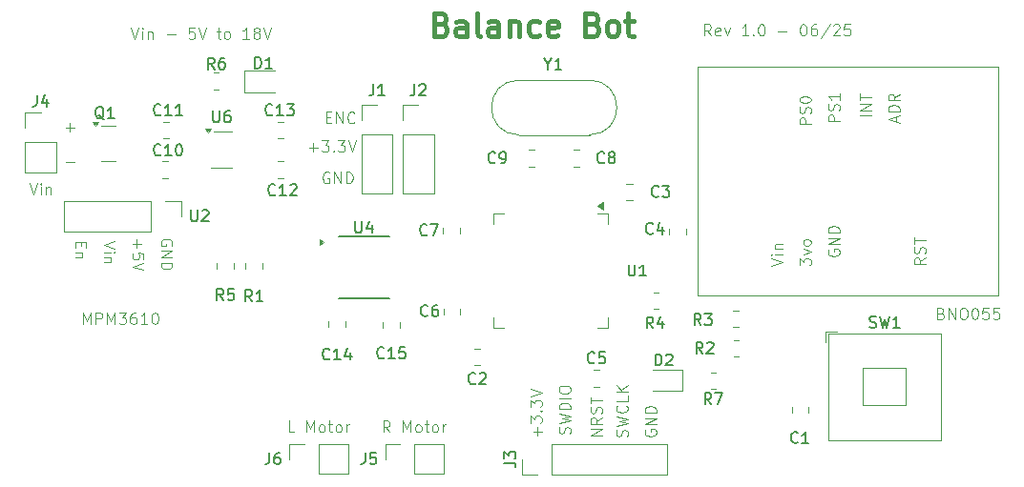
<source format=gbr>
%TF.GenerationSoftware,KiCad,Pcbnew,9.0.2*%
%TF.CreationDate,2025-06-19T19:06:17-05:00*%
%TF.ProjectId,balance_bot,62616c61-6e63-4655-9f62-6f742e6b6963,rev?*%
%TF.SameCoordinates,Original*%
%TF.FileFunction,Legend,Top*%
%TF.FilePolarity,Positive*%
%FSLAX46Y46*%
G04 Gerber Fmt 4.6, Leading zero omitted, Abs format (unit mm)*
G04 Created by KiCad (PCBNEW 9.0.2) date 2025-06-19 19:06:17*
%MOMM*%
%LPD*%
G01*
G04 APERTURE LIST*
%ADD10C,0.100000*%
%ADD11C,0.400000*%
%ADD12C,0.150000*%
%ADD13C,0.120000*%
G04 APERTURE END LIST*
D10*
X162470112Y-78942619D02*
X162136779Y-78466428D01*
X161898684Y-78942619D02*
X161898684Y-77942619D01*
X161898684Y-77942619D02*
X162279636Y-77942619D01*
X162279636Y-77942619D02*
X162374874Y-77990238D01*
X162374874Y-77990238D02*
X162422493Y-78037857D01*
X162422493Y-78037857D02*
X162470112Y-78133095D01*
X162470112Y-78133095D02*
X162470112Y-78275952D01*
X162470112Y-78275952D02*
X162422493Y-78371190D01*
X162422493Y-78371190D02*
X162374874Y-78418809D01*
X162374874Y-78418809D02*
X162279636Y-78466428D01*
X162279636Y-78466428D02*
X161898684Y-78466428D01*
X163279636Y-78895000D02*
X163184398Y-78942619D01*
X163184398Y-78942619D02*
X162993922Y-78942619D01*
X162993922Y-78942619D02*
X162898684Y-78895000D01*
X162898684Y-78895000D02*
X162851065Y-78799761D01*
X162851065Y-78799761D02*
X162851065Y-78418809D01*
X162851065Y-78418809D02*
X162898684Y-78323571D01*
X162898684Y-78323571D02*
X162993922Y-78275952D01*
X162993922Y-78275952D02*
X163184398Y-78275952D01*
X163184398Y-78275952D02*
X163279636Y-78323571D01*
X163279636Y-78323571D02*
X163327255Y-78418809D01*
X163327255Y-78418809D02*
X163327255Y-78514047D01*
X163327255Y-78514047D02*
X162851065Y-78609285D01*
X163660589Y-78275952D02*
X163898684Y-78942619D01*
X163898684Y-78942619D02*
X164136779Y-78275952D01*
X165803446Y-78942619D02*
X165232018Y-78942619D01*
X165517732Y-78942619D02*
X165517732Y-77942619D01*
X165517732Y-77942619D02*
X165422494Y-78085476D01*
X165422494Y-78085476D02*
X165327256Y-78180714D01*
X165327256Y-78180714D02*
X165232018Y-78228333D01*
X166232018Y-78847380D02*
X166279637Y-78895000D01*
X166279637Y-78895000D02*
X166232018Y-78942619D01*
X166232018Y-78942619D02*
X166184399Y-78895000D01*
X166184399Y-78895000D02*
X166232018Y-78847380D01*
X166232018Y-78847380D02*
X166232018Y-78942619D01*
X166898684Y-77942619D02*
X166993922Y-77942619D01*
X166993922Y-77942619D02*
X167089160Y-77990238D01*
X167089160Y-77990238D02*
X167136779Y-78037857D01*
X167136779Y-78037857D02*
X167184398Y-78133095D01*
X167184398Y-78133095D02*
X167232017Y-78323571D01*
X167232017Y-78323571D02*
X167232017Y-78561666D01*
X167232017Y-78561666D02*
X167184398Y-78752142D01*
X167184398Y-78752142D02*
X167136779Y-78847380D01*
X167136779Y-78847380D02*
X167089160Y-78895000D01*
X167089160Y-78895000D02*
X166993922Y-78942619D01*
X166993922Y-78942619D02*
X166898684Y-78942619D01*
X166898684Y-78942619D02*
X166803446Y-78895000D01*
X166803446Y-78895000D02*
X166755827Y-78847380D01*
X166755827Y-78847380D02*
X166708208Y-78752142D01*
X166708208Y-78752142D02*
X166660589Y-78561666D01*
X166660589Y-78561666D02*
X166660589Y-78323571D01*
X166660589Y-78323571D02*
X166708208Y-78133095D01*
X166708208Y-78133095D02*
X166755827Y-78037857D01*
X166755827Y-78037857D02*
X166803446Y-77990238D01*
X166803446Y-77990238D02*
X166898684Y-77942619D01*
X168422494Y-78561666D02*
X169184399Y-78561666D01*
X170612970Y-77942619D02*
X170708208Y-77942619D01*
X170708208Y-77942619D02*
X170803446Y-77990238D01*
X170803446Y-77990238D02*
X170851065Y-78037857D01*
X170851065Y-78037857D02*
X170898684Y-78133095D01*
X170898684Y-78133095D02*
X170946303Y-78323571D01*
X170946303Y-78323571D02*
X170946303Y-78561666D01*
X170946303Y-78561666D02*
X170898684Y-78752142D01*
X170898684Y-78752142D02*
X170851065Y-78847380D01*
X170851065Y-78847380D02*
X170803446Y-78895000D01*
X170803446Y-78895000D02*
X170708208Y-78942619D01*
X170708208Y-78942619D02*
X170612970Y-78942619D01*
X170612970Y-78942619D02*
X170517732Y-78895000D01*
X170517732Y-78895000D02*
X170470113Y-78847380D01*
X170470113Y-78847380D02*
X170422494Y-78752142D01*
X170422494Y-78752142D02*
X170374875Y-78561666D01*
X170374875Y-78561666D02*
X170374875Y-78323571D01*
X170374875Y-78323571D02*
X170422494Y-78133095D01*
X170422494Y-78133095D02*
X170470113Y-78037857D01*
X170470113Y-78037857D02*
X170517732Y-77990238D01*
X170517732Y-77990238D02*
X170612970Y-77942619D01*
X171803446Y-77942619D02*
X171612970Y-77942619D01*
X171612970Y-77942619D02*
X171517732Y-77990238D01*
X171517732Y-77990238D02*
X171470113Y-78037857D01*
X171470113Y-78037857D02*
X171374875Y-78180714D01*
X171374875Y-78180714D02*
X171327256Y-78371190D01*
X171327256Y-78371190D02*
X171327256Y-78752142D01*
X171327256Y-78752142D02*
X171374875Y-78847380D01*
X171374875Y-78847380D02*
X171422494Y-78895000D01*
X171422494Y-78895000D02*
X171517732Y-78942619D01*
X171517732Y-78942619D02*
X171708208Y-78942619D01*
X171708208Y-78942619D02*
X171803446Y-78895000D01*
X171803446Y-78895000D02*
X171851065Y-78847380D01*
X171851065Y-78847380D02*
X171898684Y-78752142D01*
X171898684Y-78752142D02*
X171898684Y-78514047D01*
X171898684Y-78514047D02*
X171851065Y-78418809D01*
X171851065Y-78418809D02*
X171803446Y-78371190D01*
X171803446Y-78371190D02*
X171708208Y-78323571D01*
X171708208Y-78323571D02*
X171517732Y-78323571D01*
X171517732Y-78323571D02*
X171422494Y-78371190D01*
X171422494Y-78371190D02*
X171374875Y-78418809D01*
X171374875Y-78418809D02*
X171327256Y-78514047D01*
X173041541Y-77895000D02*
X172184399Y-79180714D01*
X173327256Y-78037857D02*
X173374875Y-77990238D01*
X173374875Y-77990238D02*
X173470113Y-77942619D01*
X173470113Y-77942619D02*
X173708208Y-77942619D01*
X173708208Y-77942619D02*
X173803446Y-77990238D01*
X173803446Y-77990238D02*
X173851065Y-78037857D01*
X173851065Y-78037857D02*
X173898684Y-78133095D01*
X173898684Y-78133095D02*
X173898684Y-78228333D01*
X173898684Y-78228333D02*
X173851065Y-78371190D01*
X173851065Y-78371190D02*
X173279637Y-78942619D01*
X173279637Y-78942619D02*
X173898684Y-78942619D01*
X174803446Y-77942619D02*
X174327256Y-77942619D01*
X174327256Y-77942619D02*
X174279637Y-78418809D01*
X174279637Y-78418809D02*
X174327256Y-78371190D01*
X174327256Y-78371190D02*
X174422494Y-78323571D01*
X174422494Y-78323571D02*
X174660589Y-78323571D01*
X174660589Y-78323571D02*
X174755827Y-78371190D01*
X174755827Y-78371190D02*
X174803446Y-78418809D01*
X174803446Y-78418809D02*
X174851065Y-78514047D01*
X174851065Y-78514047D02*
X174851065Y-78752142D01*
X174851065Y-78752142D02*
X174803446Y-78847380D01*
X174803446Y-78847380D02*
X174755827Y-78895000D01*
X174755827Y-78895000D02*
X174660589Y-78942619D01*
X174660589Y-78942619D02*
X174422494Y-78942619D01*
X174422494Y-78942619D02*
X174327256Y-78895000D01*
X174327256Y-78895000D02*
X174279637Y-78847380D01*
X182882217Y-103615609D02*
X183025074Y-103663228D01*
X183025074Y-103663228D02*
X183072693Y-103710847D01*
X183072693Y-103710847D02*
X183120312Y-103806085D01*
X183120312Y-103806085D02*
X183120312Y-103948942D01*
X183120312Y-103948942D02*
X183072693Y-104044180D01*
X183072693Y-104044180D02*
X183025074Y-104091800D01*
X183025074Y-104091800D02*
X182929836Y-104139419D01*
X182929836Y-104139419D02*
X182548884Y-104139419D01*
X182548884Y-104139419D02*
X182548884Y-103139419D01*
X182548884Y-103139419D02*
X182882217Y-103139419D01*
X182882217Y-103139419D02*
X182977455Y-103187038D01*
X182977455Y-103187038D02*
X183025074Y-103234657D01*
X183025074Y-103234657D02*
X183072693Y-103329895D01*
X183072693Y-103329895D02*
X183072693Y-103425133D01*
X183072693Y-103425133D02*
X183025074Y-103520371D01*
X183025074Y-103520371D02*
X182977455Y-103567990D01*
X182977455Y-103567990D02*
X182882217Y-103615609D01*
X182882217Y-103615609D02*
X182548884Y-103615609D01*
X183548884Y-104139419D02*
X183548884Y-103139419D01*
X183548884Y-103139419D02*
X184120312Y-104139419D01*
X184120312Y-104139419D02*
X184120312Y-103139419D01*
X184786979Y-103139419D02*
X184977455Y-103139419D01*
X184977455Y-103139419D02*
X185072693Y-103187038D01*
X185072693Y-103187038D02*
X185167931Y-103282276D01*
X185167931Y-103282276D02*
X185215550Y-103472752D01*
X185215550Y-103472752D02*
X185215550Y-103806085D01*
X185215550Y-103806085D02*
X185167931Y-103996561D01*
X185167931Y-103996561D02*
X185072693Y-104091800D01*
X185072693Y-104091800D02*
X184977455Y-104139419D01*
X184977455Y-104139419D02*
X184786979Y-104139419D01*
X184786979Y-104139419D02*
X184691741Y-104091800D01*
X184691741Y-104091800D02*
X184596503Y-103996561D01*
X184596503Y-103996561D02*
X184548884Y-103806085D01*
X184548884Y-103806085D02*
X184548884Y-103472752D01*
X184548884Y-103472752D02*
X184596503Y-103282276D01*
X184596503Y-103282276D02*
X184691741Y-103187038D01*
X184691741Y-103187038D02*
X184786979Y-103139419D01*
X185834598Y-103139419D02*
X185929836Y-103139419D01*
X185929836Y-103139419D02*
X186025074Y-103187038D01*
X186025074Y-103187038D02*
X186072693Y-103234657D01*
X186072693Y-103234657D02*
X186120312Y-103329895D01*
X186120312Y-103329895D02*
X186167931Y-103520371D01*
X186167931Y-103520371D02*
X186167931Y-103758466D01*
X186167931Y-103758466D02*
X186120312Y-103948942D01*
X186120312Y-103948942D02*
X186072693Y-104044180D01*
X186072693Y-104044180D02*
X186025074Y-104091800D01*
X186025074Y-104091800D02*
X185929836Y-104139419D01*
X185929836Y-104139419D02*
X185834598Y-104139419D01*
X185834598Y-104139419D02*
X185739360Y-104091800D01*
X185739360Y-104091800D02*
X185691741Y-104044180D01*
X185691741Y-104044180D02*
X185644122Y-103948942D01*
X185644122Y-103948942D02*
X185596503Y-103758466D01*
X185596503Y-103758466D02*
X185596503Y-103520371D01*
X185596503Y-103520371D02*
X185644122Y-103329895D01*
X185644122Y-103329895D02*
X185691741Y-103234657D01*
X185691741Y-103234657D02*
X185739360Y-103187038D01*
X185739360Y-103187038D02*
X185834598Y-103139419D01*
X187072693Y-103139419D02*
X186596503Y-103139419D01*
X186596503Y-103139419D02*
X186548884Y-103615609D01*
X186548884Y-103615609D02*
X186596503Y-103567990D01*
X186596503Y-103567990D02*
X186691741Y-103520371D01*
X186691741Y-103520371D02*
X186929836Y-103520371D01*
X186929836Y-103520371D02*
X187025074Y-103567990D01*
X187025074Y-103567990D02*
X187072693Y-103615609D01*
X187072693Y-103615609D02*
X187120312Y-103710847D01*
X187120312Y-103710847D02*
X187120312Y-103948942D01*
X187120312Y-103948942D02*
X187072693Y-104044180D01*
X187072693Y-104044180D02*
X187025074Y-104091800D01*
X187025074Y-104091800D02*
X186929836Y-104139419D01*
X186929836Y-104139419D02*
X186691741Y-104139419D01*
X186691741Y-104139419D02*
X186596503Y-104091800D01*
X186596503Y-104091800D02*
X186548884Y-104044180D01*
X188025074Y-103139419D02*
X187548884Y-103139419D01*
X187548884Y-103139419D02*
X187501265Y-103615609D01*
X187501265Y-103615609D02*
X187548884Y-103567990D01*
X187548884Y-103567990D02*
X187644122Y-103520371D01*
X187644122Y-103520371D02*
X187882217Y-103520371D01*
X187882217Y-103520371D02*
X187977455Y-103567990D01*
X187977455Y-103567990D02*
X188025074Y-103615609D01*
X188025074Y-103615609D02*
X188072693Y-103710847D01*
X188072693Y-103710847D02*
X188072693Y-103948942D01*
X188072693Y-103948942D02*
X188025074Y-104044180D01*
X188025074Y-104044180D02*
X187977455Y-104091800D01*
X187977455Y-104091800D02*
X187882217Y-104139419D01*
X187882217Y-104139419D02*
X187644122Y-104139419D01*
X187644122Y-104139419D02*
X187548884Y-104091800D01*
X187548884Y-104091800D02*
X187501265Y-104044180D01*
X106755284Y-104571219D02*
X106755284Y-103571219D01*
X106755284Y-103571219D02*
X107088617Y-104285504D01*
X107088617Y-104285504D02*
X107421950Y-103571219D01*
X107421950Y-103571219D02*
X107421950Y-104571219D01*
X107898141Y-104571219D02*
X107898141Y-103571219D01*
X107898141Y-103571219D02*
X108279093Y-103571219D01*
X108279093Y-103571219D02*
X108374331Y-103618838D01*
X108374331Y-103618838D02*
X108421950Y-103666457D01*
X108421950Y-103666457D02*
X108469569Y-103761695D01*
X108469569Y-103761695D02*
X108469569Y-103904552D01*
X108469569Y-103904552D02*
X108421950Y-103999790D01*
X108421950Y-103999790D02*
X108374331Y-104047409D01*
X108374331Y-104047409D02*
X108279093Y-104095028D01*
X108279093Y-104095028D02*
X107898141Y-104095028D01*
X108898141Y-104571219D02*
X108898141Y-103571219D01*
X108898141Y-103571219D02*
X109231474Y-104285504D01*
X109231474Y-104285504D02*
X109564807Y-103571219D01*
X109564807Y-103571219D02*
X109564807Y-104571219D01*
X109945760Y-103571219D02*
X110564807Y-103571219D01*
X110564807Y-103571219D02*
X110231474Y-103952171D01*
X110231474Y-103952171D02*
X110374331Y-103952171D01*
X110374331Y-103952171D02*
X110469569Y-103999790D01*
X110469569Y-103999790D02*
X110517188Y-104047409D01*
X110517188Y-104047409D02*
X110564807Y-104142647D01*
X110564807Y-104142647D02*
X110564807Y-104380742D01*
X110564807Y-104380742D02*
X110517188Y-104475980D01*
X110517188Y-104475980D02*
X110469569Y-104523600D01*
X110469569Y-104523600D02*
X110374331Y-104571219D01*
X110374331Y-104571219D02*
X110088617Y-104571219D01*
X110088617Y-104571219D02*
X109993379Y-104523600D01*
X109993379Y-104523600D02*
X109945760Y-104475980D01*
X111421950Y-103571219D02*
X111231474Y-103571219D01*
X111231474Y-103571219D02*
X111136236Y-103618838D01*
X111136236Y-103618838D02*
X111088617Y-103666457D01*
X111088617Y-103666457D02*
X110993379Y-103809314D01*
X110993379Y-103809314D02*
X110945760Y-103999790D01*
X110945760Y-103999790D02*
X110945760Y-104380742D01*
X110945760Y-104380742D02*
X110993379Y-104475980D01*
X110993379Y-104475980D02*
X111040998Y-104523600D01*
X111040998Y-104523600D02*
X111136236Y-104571219D01*
X111136236Y-104571219D02*
X111326712Y-104571219D01*
X111326712Y-104571219D02*
X111421950Y-104523600D01*
X111421950Y-104523600D02*
X111469569Y-104475980D01*
X111469569Y-104475980D02*
X111517188Y-104380742D01*
X111517188Y-104380742D02*
X111517188Y-104142647D01*
X111517188Y-104142647D02*
X111469569Y-104047409D01*
X111469569Y-104047409D02*
X111421950Y-103999790D01*
X111421950Y-103999790D02*
X111326712Y-103952171D01*
X111326712Y-103952171D02*
X111136236Y-103952171D01*
X111136236Y-103952171D02*
X111040998Y-103999790D01*
X111040998Y-103999790D02*
X110993379Y-104047409D01*
X110993379Y-104047409D02*
X110945760Y-104142647D01*
X112469569Y-104571219D02*
X111898141Y-104571219D01*
X112183855Y-104571219D02*
X112183855Y-103571219D01*
X112183855Y-103571219D02*
X112088617Y-103714076D01*
X112088617Y-103714076D02*
X111993379Y-103809314D01*
X111993379Y-103809314D02*
X111898141Y-103856933D01*
X113088617Y-103571219D02*
X113183855Y-103571219D01*
X113183855Y-103571219D02*
X113279093Y-103618838D01*
X113279093Y-103618838D02*
X113326712Y-103666457D01*
X113326712Y-103666457D02*
X113374331Y-103761695D01*
X113374331Y-103761695D02*
X113421950Y-103952171D01*
X113421950Y-103952171D02*
X113421950Y-104190266D01*
X113421950Y-104190266D02*
X113374331Y-104380742D01*
X113374331Y-104380742D02*
X113326712Y-104475980D01*
X113326712Y-104475980D02*
X113279093Y-104523600D01*
X113279093Y-104523600D02*
X113183855Y-104571219D01*
X113183855Y-104571219D02*
X113088617Y-104571219D01*
X113088617Y-104571219D02*
X112993379Y-104523600D01*
X112993379Y-104523600D02*
X112945760Y-104475980D01*
X112945760Y-104475980D02*
X112898141Y-104380742D01*
X112898141Y-104380742D02*
X112850522Y-104190266D01*
X112850522Y-104190266D02*
X112850522Y-103952171D01*
X112850522Y-103952171D02*
X112898141Y-103761695D01*
X112898141Y-103761695D02*
X112945760Y-103666457D01*
X112945760Y-103666457D02*
X112993379Y-103618838D01*
X112993379Y-103618838D02*
X113088617Y-103571219D01*
X178910704Y-86611734D02*
X178910704Y-86135544D01*
X179196419Y-86706972D02*
X178196419Y-86373639D01*
X178196419Y-86373639D02*
X179196419Y-86040306D01*
X179196419Y-85706972D02*
X178196419Y-85706972D01*
X178196419Y-85706972D02*
X178196419Y-85468877D01*
X178196419Y-85468877D02*
X178244038Y-85326020D01*
X178244038Y-85326020D02*
X178339276Y-85230782D01*
X178339276Y-85230782D02*
X178434514Y-85183163D01*
X178434514Y-85183163D02*
X178624990Y-85135544D01*
X178624990Y-85135544D02*
X178767847Y-85135544D01*
X178767847Y-85135544D02*
X178958323Y-85183163D01*
X178958323Y-85183163D02*
X179053561Y-85230782D01*
X179053561Y-85230782D02*
X179148800Y-85326020D01*
X179148800Y-85326020D02*
X179196419Y-85468877D01*
X179196419Y-85468877D02*
X179196419Y-85706972D01*
X179196419Y-84135544D02*
X178720228Y-84468877D01*
X179196419Y-84706972D02*
X178196419Y-84706972D01*
X178196419Y-84706972D02*
X178196419Y-84326020D01*
X178196419Y-84326020D02*
X178244038Y-84230782D01*
X178244038Y-84230782D02*
X178291657Y-84183163D01*
X178291657Y-84183163D02*
X178386895Y-84135544D01*
X178386895Y-84135544D02*
X178529752Y-84135544D01*
X178529752Y-84135544D02*
X178624990Y-84183163D01*
X178624990Y-84183163D02*
X178672609Y-84230782D01*
X178672609Y-84230782D02*
X178720228Y-84326020D01*
X178720228Y-84326020D02*
X178720228Y-84706972D01*
X176656419Y-86056115D02*
X175656419Y-86056115D01*
X176656419Y-85579925D02*
X175656419Y-85579925D01*
X175656419Y-85579925D02*
X176656419Y-85008497D01*
X176656419Y-85008497D02*
X175656419Y-85008497D01*
X175656419Y-84675163D02*
X175656419Y-84103735D01*
X176656419Y-84389449D02*
X175656419Y-84389449D01*
X173862419Y-86564115D02*
X172862419Y-86564115D01*
X172862419Y-86564115D02*
X172862419Y-86183163D01*
X172862419Y-86183163D02*
X172910038Y-86087925D01*
X172910038Y-86087925D02*
X172957657Y-86040306D01*
X172957657Y-86040306D02*
X173052895Y-85992687D01*
X173052895Y-85992687D02*
X173195752Y-85992687D01*
X173195752Y-85992687D02*
X173290990Y-86040306D01*
X173290990Y-86040306D02*
X173338609Y-86087925D01*
X173338609Y-86087925D02*
X173386228Y-86183163D01*
X173386228Y-86183163D02*
X173386228Y-86564115D01*
X173814800Y-85611734D02*
X173862419Y-85468877D01*
X173862419Y-85468877D02*
X173862419Y-85230782D01*
X173862419Y-85230782D02*
X173814800Y-85135544D01*
X173814800Y-85135544D02*
X173767180Y-85087925D01*
X173767180Y-85087925D02*
X173671942Y-85040306D01*
X173671942Y-85040306D02*
X173576704Y-85040306D01*
X173576704Y-85040306D02*
X173481466Y-85087925D01*
X173481466Y-85087925D02*
X173433847Y-85135544D01*
X173433847Y-85135544D02*
X173386228Y-85230782D01*
X173386228Y-85230782D02*
X173338609Y-85421258D01*
X173338609Y-85421258D02*
X173290990Y-85516496D01*
X173290990Y-85516496D02*
X173243371Y-85564115D01*
X173243371Y-85564115D02*
X173148133Y-85611734D01*
X173148133Y-85611734D02*
X173052895Y-85611734D01*
X173052895Y-85611734D02*
X172957657Y-85564115D01*
X172957657Y-85564115D02*
X172910038Y-85516496D01*
X172910038Y-85516496D02*
X172862419Y-85421258D01*
X172862419Y-85421258D02*
X172862419Y-85183163D01*
X172862419Y-85183163D02*
X172910038Y-85040306D01*
X173862419Y-84087925D02*
X173862419Y-84659353D01*
X173862419Y-84373639D02*
X172862419Y-84373639D01*
X172862419Y-84373639D02*
X173005276Y-84468877D01*
X173005276Y-84468877D02*
X173100514Y-84564115D01*
X173100514Y-84564115D02*
X173148133Y-84659353D01*
X171322419Y-86818115D02*
X170322419Y-86818115D01*
X170322419Y-86818115D02*
X170322419Y-86437163D01*
X170322419Y-86437163D02*
X170370038Y-86341925D01*
X170370038Y-86341925D02*
X170417657Y-86294306D01*
X170417657Y-86294306D02*
X170512895Y-86246687D01*
X170512895Y-86246687D02*
X170655752Y-86246687D01*
X170655752Y-86246687D02*
X170750990Y-86294306D01*
X170750990Y-86294306D02*
X170798609Y-86341925D01*
X170798609Y-86341925D02*
X170846228Y-86437163D01*
X170846228Y-86437163D02*
X170846228Y-86818115D01*
X171274800Y-85865734D02*
X171322419Y-85722877D01*
X171322419Y-85722877D02*
X171322419Y-85484782D01*
X171322419Y-85484782D02*
X171274800Y-85389544D01*
X171274800Y-85389544D02*
X171227180Y-85341925D01*
X171227180Y-85341925D02*
X171131942Y-85294306D01*
X171131942Y-85294306D02*
X171036704Y-85294306D01*
X171036704Y-85294306D02*
X170941466Y-85341925D01*
X170941466Y-85341925D02*
X170893847Y-85389544D01*
X170893847Y-85389544D02*
X170846228Y-85484782D01*
X170846228Y-85484782D02*
X170798609Y-85675258D01*
X170798609Y-85675258D02*
X170750990Y-85770496D01*
X170750990Y-85770496D02*
X170703371Y-85818115D01*
X170703371Y-85818115D02*
X170608133Y-85865734D01*
X170608133Y-85865734D02*
X170512895Y-85865734D01*
X170512895Y-85865734D02*
X170417657Y-85818115D01*
X170417657Y-85818115D02*
X170370038Y-85770496D01*
X170370038Y-85770496D02*
X170322419Y-85675258D01*
X170322419Y-85675258D02*
X170322419Y-85437163D01*
X170322419Y-85437163D02*
X170370038Y-85294306D01*
X170322419Y-84675258D02*
X170322419Y-84580020D01*
X170322419Y-84580020D02*
X170370038Y-84484782D01*
X170370038Y-84484782D02*
X170417657Y-84437163D01*
X170417657Y-84437163D02*
X170512895Y-84389544D01*
X170512895Y-84389544D02*
X170703371Y-84341925D01*
X170703371Y-84341925D02*
X170941466Y-84341925D01*
X170941466Y-84341925D02*
X171131942Y-84389544D01*
X171131942Y-84389544D02*
X171227180Y-84437163D01*
X171227180Y-84437163D02*
X171274800Y-84484782D01*
X171274800Y-84484782D02*
X171322419Y-84580020D01*
X171322419Y-84580020D02*
X171322419Y-84675258D01*
X171322419Y-84675258D02*
X171274800Y-84770496D01*
X171274800Y-84770496D02*
X171227180Y-84818115D01*
X171227180Y-84818115D02*
X171131942Y-84865734D01*
X171131942Y-84865734D02*
X170941466Y-84913353D01*
X170941466Y-84913353D02*
X170703371Y-84913353D01*
X170703371Y-84913353D02*
X170512895Y-84865734D01*
X170512895Y-84865734D02*
X170417657Y-84818115D01*
X170417657Y-84818115D02*
X170370038Y-84770496D01*
X170370038Y-84770496D02*
X170322419Y-84675258D01*
X181482419Y-98692687D02*
X181006228Y-99026020D01*
X181482419Y-99264115D02*
X180482419Y-99264115D01*
X180482419Y-99264115D02*
X180482419Y-98883163D01*
X180482419Y-98883163D02*
X180530038Y-98787925D01*
X180530038Y-98787925D02*
X180577657Y-98740306D01*
X180577657Y-98740306D02*
X180672895Y-98692687D01*
X180672895Y-98692687D02*
X180815752Y-98692687D01*
X180815752Y-98692687D02*
X180910990Y-98740306D01*
X180910990Y-98740306D02*
X180958609Y-98787925D01*
X180958609Y-98787925D02*
X181006228Y-98883163D01*
X181006228Y-98883163D02*
X181006228Y-99264115D01*
X181434800Y-98311734D02*
X181482419Y-98168877D01*
X181482419Y-98168877D02*
X181482419Y-97930782D01*
X181482419Y-97930782D02*
X181434800Y-97835544D01*
X181434800Y-97835544D02*
X181387180Y-97787925D01*
X181387180Y-97787925D02*
X181291942Y-97740306D01*
X181291942Y-97740306D02*
X181196704Y-97740306D01*
X181196704Y-97740306D02*
X181101466Y-97787925D01*
X181101466Y-97787925D02*
X181053847Y-97835544D01*
X181053847Y-97835544D02*
X181006228Y-97930782D01*
X181006228Y-97930782D02*
X180958609Y-98121258D01*
X180958609Y-98121258D02*
X180910990Y-98216496D01*
X180910990Y-98216496D02*
X180863371Y-98264115D01*
X180863371Y-98264115D02*
X180768133Y-98311734D01*
X180768133Y-98311734D02*
X180672895Y-98311734D01*
X180672895Y-98311734D02*
X180577657Y-98264115D01*
X180577657Y-98264115D02*
X180530038Y-98216496D01*
X180530038Y-98216496D02*
X180482419Y-98121258D01*
X180482419Y-98121258D02*
X180482419Y-97883163D01*
X180482419Y-97883163D02*
X180530038Y-97740306D01*
X180482419Y-97454591D02*
X180482419Y-96883163D01*
X181482419Y-97168877D02*
X180482419Y-97168877D01*
X172910038Y-97978306D02*
X172862419Y-98073544D01*
X172862419Y-98073544D02*
X172862419Y-98216401D01*
X172862419Y-98216401D02*
X172910038Y-98359258D01*
X172910038Y-98359258D02*
X173005276Y-98454496D01*
X173005276Y-98454496D02*
X173100514Y-98502115D01*
X173100514Y-98502115D02*
X173290990Y-98549734D01*
X173290990Y-98549734D02*
X173433847Y-98549734D01*
X173433847Y-98549734D02*
X173624323Y-98502115D01*
X173624323Y-98502115D02*
X173719561Y-98454496D01*
X173719561Y-98454496D02*
X173814800Y-98359258D01*
X173814800Y-98359258D02*
X173862419Y-98216401D01*
X173862419Y-98216401D02*
X173862419Y-98121163D01*
X173862419Y-98121163D02*
X173814800Y-97978306D01*
X173814800Y-97978306D02*
X173767180Y-97930687D01*
X173767180Y-97930687D02*
X173433847Y-97930687D01*
X173433847Y-97930687D02*
X173433847Y-98121163D01*
X173862419Y-97502115D02*
X172862419Y-97502115D01*
X172862419Y-97502115D02*
X173862419Y-96930687D01*
X173862419Y-96930687D02*
X172862419Y-96930687D01*
X173862419Y-96454496D02*
X172862419Y-96454496D01*
X172862419Y-96454496D02*
X172862419Y-96216401D01*
X172862419Y-96216401D02*
X172910038Y-96073544D01*
X172910038Y-96073544D02*
X173005276Y-95978306D01*
X173005276Y-95978306D02*
X173100514Y-95930687D01*
X173100514Y-95930687D02*
X173290990Y-95883068D01*
X173290990Y-95883068D02*
X173433847Y-95883068D01*
X173433847Y-95883068D02*
X173624323Y-95930687D01*
X173624323Y-95930687D02*
X173719561Y-95978306D01*
X173719561Y-95978306D02*
X173814800Y-96073544D01*
X173814800Y-96073544D02*
X173862419Y-96216401D01*
X173862419Y-96216401D02*
X173862419Y-96454496D01*
X170322419Y-99359353D02*
X170322419Y-98740306D01*
X170322419Y-98740306D02*
X170703371Y-99073639D01*
X170703371Y-99073639D02*
X170703371Y-98930782D01*
X170703371Y-98930782D02*
X170750990Y-98835544D01*
X170750990Y-98835544D02*
X170798609Y-98787925D01*
X170798609Y-98787925D02*
X170893847Y-98740306D01*
X170893847Y-98740306D02*
X171131942Y-98740306D01*
X171131942Y-98740306D02*
X171227180Y-98787925D01*
X171227180Y-98787925D02*
X171274800Y-98835544D01*
X171274800Y-98835544D02*
X171322419Y-98930782D01*
X171322419Y-98930782D02*
X171322419Y-99216496D01*
X171322419Y-99216496D02*
X171274800Y-99311734D01*
X171274800Y-99311734D02*
X171227180Y-99359353D01*
X170655752Y-98406972D02*
X171322419Y-98168877D01*
X171322419Y-98168877D02*
X170655752Y-97930782D01*
X171322419Y-97406972D02*
X171274800Y-97502210D01*
X171274800Y-97502210D02*
X171227180Y-97549829D01*
X171227180Y-97549829D02*
X171131942Y-97597448D01*
X171131942Y-97597448D02*
X170846228Y-97597448D01*
X170846228Y-97597448D02*
X170750990Y-97549829D01*
X170750990Y-97549829D02*
X170703371Y-97502210D01*
X170703371Y-97502210D02*
X170655752Y-97406972D01*
X170655752Y-97406972D02*
X170655752Y-97264115D01*
X170655752Y-97264115D02*
X170703371Y-97168877D01*
X170703371Y-97168877D02*
X170750990Y-97121258D01*
X170750990Y-97121258D02*
X170846228Y-97073639D01*
X170846228Y-97073639D02*
X171131942Y-97073639D01*
X171131942Y-97073639D02*
X171227180Y-97121258D01*
X171227180Y-97121258D02*
X171274800Y-97168877D01*
X171274800Y-97168877D02*
X171322419Y-97264115D01*
X171322419Y-97264115D02*
X171322419Y-97406972D01*
X167782419Y-99406972D02*
X168782419Y-99073639D01*
X168782419Y-99073639D02*
X167782419Y-98740306D01*
X168782419Y-98406972D02*
X168115752Y-98406972D01*
X167782419Y-98406972D02*
X167830038Y-98454591D01*
X167830038Y-98454591D02*
X167877657Y-98406972D01*
X167877657Y-98406972D02*
X167830038Y-98359353D01*
X167830038Y-98359353D02*
X167782419Y-98406972D01*
X167782419Y-98406972D02*
X167877657Y-98406972D01*
X168115752Y-97930782D02*
X168782419Y-97930782D01*
X168210990Y-97930782D02*
X168163371Y-97883163D01*
X168163371Y-97883163D02*
X168115752Y-97787925D01*
X168115752Y-97787925D02*
X168115752Y-97645068D01*
X168115752Y-97645068D02*
X168163371Y-97549830D01*
X168163371Y-97549830D02*
X168258609Y-97502211D01*
X168258609Y-97502211D02*
X168782419Y-97502211D01*
D11*
X138566014Y-77934819D02*
X138851728Y-78030057D01*
X138851728Y-78030057D02*
X138946966Y-78125295D01*
X138946966Y-78125295D02*
X139042204Y-78315771D01*
X139042204Y-78315771D02*
X139042204Y-78601485D01*
X139042204Y-78601485D02*
X138946966Y-78791961D01*
X138946966Y-78791961D02*
X138851728Y-78887200D01*
X138851728Y-78887200D02*
X138661252Y-78982438D01*
X138661252Y-78982438D02*
X137899347Y-78982438D01*
X137899347Y-78982438D02*
X137899347Y-76982438D01*
X137899347Y-76982438D02*
X138566014Y-76982438D01*
X138566014Y-76982438D02*
X138756490Y-77077676D01*
X138756490Y-77077676D02*
X138851728Y-77172914D01*
X138851728Y-77172914D02*
X138946966Y-77363390D01*
X138946966Y-77363390D02*
X138946966Y-77553866D01*
X138946966Y-77553866D02*
X138851728Y-77744342D01*
X138851728Y-77744342D02*
X138756490Y-77839580D01*
X138756490Y-77839580D02*
X138566014Y-77934819D01*
X138566014Y-77934819D02*
X137899347Y-77934819D01*
X140756490Y-78982438D02*
X140756490Y-77934819D01*
X140756490Y-77934819D02*
X140661252Y-77744342D01*
X140661252Y-77744342D02*
X140470776Y-77649104D01*
X140470776Y-77649104D02*
X140089823Y-77649104D01*
X140089823Y-77649104D02*
X139899347Y-77744342D01*
X140756490Y-78887200D02*
X140566014Y-78982438D01*
X140566014Y-78982438D02*
X140089823Y-78982438D01*
X140089823Y-78982438D02*
X139899347Y-78887200D01*
X139899347Y-78887200D02*
X139804109Y-78696723D01*
X139804109Y-78696723D02*
X139804109Y-78506247D01*
X139804109Y-78506247D02*
X139899347Y-78315771D01*
X139899347Y-78315771D02*
X140089823Y-78220533D01*
X140089823Y-78220533D02*
X140566014Y-78220533D01*
X140566014Y-78220533D02*
X140756490Y-78125295D01*
X141994585Y-78982438D02*
X141804109Y-78887200D01*
X141804109Y-78887200D02*
X141708871Y-78696723D01*
X141708871Y-78696723D02*
X141708871Y-76982438D01*
X143613633Y-78982438D02*
X143613633Y-77934819D01*
X143613633Y-77934819D02*
X143518395Y-77744342D01*
X143518395Y-77744342D02*
X143327919Y-77649104D01*
X143327919Y-77649104D02*
X142946966Y-77649104D01*
X142946966Y-77649104D02*
X142756490Y-77744342D01*
X143613633Y-78887200D02*
X143423157Y-78982438D01*
X143423157Y-78982438D02*
X142946966Y-78982438D01*
X142946966Y-78982438D02*
X142756490Y-78887200D01*
X142756490Y-78887200D02*
X142661252Y-78696723D01*
X142661252Y-78696723D02*
X142661252Y-78506247D01*
X142661252Y-78506247D02*
X142756490Y-78315771D01*
X142756490Y-78315771D02*
X142946966Y-78220533D01*
X142946966Y-78220533D02*
X143423157Y-78220533D01*
X143423157Y-78220533D02*
X143613633Y-78125295D01*
X144566014Y-77649104D02*
X144566014Y-78982438D01*
X144566014Y-77839580D02*
X144661252Y-77744342D01*
X144661252Y-77744342D02*
X144851728Y-77649104D01*
X144851728Y-77649104D02*
X145137443Y-77649104D01*
X145137443Y-77649104D02*
X145327919Y-77744342D01*
X145327919Y-77744342D02*
X145423157Y-77934819D01*
X145423157Y-77934819D02*
X145423157Y-78982438D01*
X147232681Y-78887200D02*
X147042205Y-78982438D01*
X147042205Y-78982438D02*
X146661252Y-78982438D01*
X146661252Y-78982438D02*
X146470776Y-78887200D01*
X146470776Y-78887200D02*
X146375538Y-78791961D01*
X146375538Y-78791961D02*
X146280300Y-78601485D01*
X146280300Y-78601485D02*
X146280300Y-78030057D01*
X146280300Y-78030057D02*
X146375538Y-77839580D01*
X146375538Y-77839580D02*
X146470776Y-77744342D01*
X146470776Y-77744342D02*
X146661252Y-77649104D01*
X146661252Y-77649104D02*
X147042205Y-77649104D01*
X147042205Y-77649104D02*
X147232681Y-77744342D01*
X148851729Y-78887200D02*
X148661253Y-78982438D01*
X148661253Y-78982438D02*
X148280300Y-78982438D01*
X148280300Y-78982438D02*
X148089824Y-78887200D01*
X148089824Y-78887200D02*
X147994586Y-78696723D01*
X147994586Y-78696723D02*
X147994586Y-77934819D01*
X147994586Y-77934819D02*
X148089824Y-77744342D01*
X148089824Y-77744342D02*
X148280300Y-77649104D01*
X148280300Y-77649104D02*
X148661253Y-77649104D01*
X148661253Y-77649104D02*
X148851729Y-77744342D01*
X148851729Y-77744342D02*
X148946967Y-77934819D01*
X148946967Y-77934819D02*
X148946967Y-78125295D01*
X148946967Y-78125295D02*
X147994586Y-78315771D01*
X151994587Y-77934819D02*
X152280301Y-78030057D01*
X152280301Y-78030057D02*
X152375539Y-78125295D01*
X152375539Y-78125295D02*
X152470777Y-78315771D01*
X152470777Y-78315771D02*
X152470777Y-78601485D01*
X152470777Y-78601485D02*
X152375539Y-78791961D01*
X152375539Y-78791961D02*
X152280301Y-78887200D01*
X152280301Y-78887200D02*
X152089825Y-78982438D01*
X152089825Y-78982438D02*
X151327920Y-78982438D01*
X151327920Y-78982438D02*
X151327920Y-76982438D01*
X151327920Y-76982438D02*
X151994587Y-76982438D01*
X151994587Y-76982438D02*
X152185063Y-77077676D01*
X152185063Y-77077676D02*
X152280301Y-77172914D01*
X152280301Y-77172914D02*
X152375539Y-77363390D01*
X152375539Y-77363390D02*
X152375539Y-77553866D01*
X152375539Y-77553866D02*
X152280301Y-77744342D01*
X152280301Y-77744342D02*
X152185063Y-77839580D01*
X152185063Y-77839580D02*
X151994587Y-77934819D01*
X151994587Y-77934819D02*
X151327920Y-77934819D01*
X153613634Y-78982438D02*
X153423158Y-78887200D01*
X153423158Y-78887200D02*
X153327920Y-78791961D01*
X153327920Y-78791961D02*
X153232682Y-78601485D01*
X153232682Y-78601485D02*
X153232682Y-78030057D01*
X153232682Y-78030057D02*
X153327920Y-77839580D01*
X153327920Y-77839580D02*
X153423158Y-77744342D01*
X153423158Y-77744342D02*
X153613634Y-77649104D01*
X153613634Y-77649104D02*
X153899349Y-77649104D01*
X153899349Y-77649104D02*
X154089825Y-77744342D01*
X154089825Y-77744342D02*
X154185063Y-77839580D01*
X154185063Y-77839580D02*
X154280301Y-78030057D01*
X154280301Y-78030057D02*
X154280301Y-78601485D01*
X154280301Y-78601485D02*
X154185063Y-78791961D01*
X154185063Y-78791961D02*
X154089825Y-78887200D01*
X154089825Y-78887200D02*
X153899349Y-78982438D01*
X153899349Y-78982438D02*
X153613634Y-78982438D01*
X154851730Y-77649104D02*
X155613634Y-77649104D01*
X155137444Y-76982438D02*
X155137444Y-78696723D01*
X155137444Y-78696723D02*
X155232682Y-78887200D01*
X155232682Y-78887200D02*
X155423158Y-78982438D01*
X155423158Y-78982438D02*
X155613634Y-78982438D01*
D10*
X128589693Y-91122038D02*
X128494455Y-91074419D01*
X128494455Y-91074419D02*
X128351598Y-91074419D01*
X128351598Y-91074419D02*
X128208741Y-91122038D01*
X128208741Y-91122038D02*
X128113503Y-91217276D01*
X128113503Y-91217276D02*
X128065884Y-91312514D01*
X128065884Y-91312514D02*
X128018265Y-91502990D01*
X128018265Y-91502990D02*
X128018265Y-91645847D01*
X128018265Y-91645847D02*
X128065884Y-91836323D01*
X128065884Y-91836323D02*
X128113503Y-91931561D01*
X128113503Y-91931561D02*
X128208741Y-92026800D01*
X128208741Y-92026800D02*
X128351598Y-92074419D01*
X128351598Y-92074419D02*
X128446836Y-92074419D01*
X128446836Y-92074419D02*
X128589693Y-92026800D01*
X128589693Y-92026800D02*
X128637312Y-91979180D01*
X128637312Y-91979180D02*
X128637312Y-91645847D01*
X128637312Y-91645847D02*
X128446836Y-91645847D01*
X129065884Y-92074419D02*
X129065884Y-91074419D01*
X129065884Y-91074419D02*
X129637312Y-92074419D01*
X129637312Y-92074419D02*
X129637312Y-91074419D01*
X130113503Y-92074419D02*
X130113503Y-91074419D01*
X130113503Y-91074419D02*
X130351598Y-91074419D01*
X130351598Y-91074419D02*
X130494455Y-91122038D01*
X130494455Y-91122038D02*
X130589693Y-91217276D01*
X130589693Y-91217276D02*
X130637312Y-91312514D01*
X130637312Y-91312514D02*
X130684931Y-91502990D01*
X130684931Y-91502990D02*
X130684931Y-91645847D01*
X130684931Y-91645847D02*
X130637312Y-91836323D01*
X130637312Y-91836323D02*
X130589693Y-91931561D01*
X130589693Y-91931561D02*
X130494455Y-92026800D01*
X130494455Y-92026800D02*
X130351598Y-92074419D01*
X130351598Y-92074419D02*
X130113503Y-92074419D01*
X126795884Y-88899466D02*
X127557789Y-88899466D01*
X127176836Y-89280419D02*
X127176836Y-88518514D01*
X127938741Y-88280419D02*
X128557788Y-88280419D01*
X128557788Y-88280419D02*
X128224455Y-88661371D01*
X128224455Y-88661371D02*
X128367312Y-88661371D01*
X128367312Y-88661371D02*
X128462550Y-88708990D01*
X128462550Y-88708990D02*
X128510169Y-88756609D01*
X128510169Y-88756609D02*
X128557788Y-88851847D01*
X128557788Y-88851847D02*
X128557788Y-89089942D01*
X128557788Y-89089942D02*
X128510169Y-89185180D01*
X128510169Y-89185180D02*
X128462550Y-89232800D01*
X128462550Y-89232800D02*
X128367312Y-89280419D01*
X128367312Y-89280419D02*
X128081598Y-89280419D01*
X128081598Y-89280419D02*
X127986360Y-89232800D01*
X127986360Y-89232800D02*
X127938741Y-89185180D01*
X128986360Y-89185180D02*
X129033979Y-89232800D01*
X129033979Y-89232800D02*
X128986360Y-89280419D01*
X128986360Y-89280419D02*
X128938741Y-89232800D01*
X128938741Y-89232800D02*
X128986360Y-89185180D01*
X128986360Y-89185180D02*
X128986360Y-89280419D01*
X129367312Y-88280419D02*
X129986359Y-88280419D01*
X129986359Y-88280419D02*
X129653026Y-88661371D01*
X129653026Y-88661371D02*
X129795883Y-88661371D01*
X129795883Y-88661371D02*
X129891121Y-88708990D01*
X129891121Y-88708990D02*
X129938740Y-88756609D01*
X129938740Y-88756609D02*
X129986359Y-88851847D01*
X129986359Y-88851847D02*
X129986359Y-89089942D01*
X129986359Y-89089942D02*
X129938740Y-89185180D01*
X129938740Y-89185180D02*
X129891121Y-89232800D01*
X129891121Y-89232800D02*
X129795883Y-89280419D01*
X129795883Y-89280419D02*
X129510169Y-89280419D01*
X129510169Y-89280419D02*
X129414931Y-89232800D01*
X129414931Y-89232800D02*
X129367312Y-89185180D01*
X130272074Y-88280419D02*
X130605407Y-89280419D01*
X130605407Y-89280419D02*
X130938740Y-88280419D01*
X128319884Y-86216609D02*
X128653217Y-86216609D01*
X128796074Y-86740419D02*
X128319884Y-86740419D01*
X128319884Y-86740419D02*
X128319884Y-85740419D01*
X128319884Y-85740419D02*
X128796074Y-85740419D01*
X129224646Y-86740419D02*
X129224646Y-85740419D01*
X129224646Y-85740419D02*
X129796074Y-86740419D01*
X129796074Y-86740419D02*
X129796074Y-85740419D01*
X130843693Y-86645180D02*
X130796074Y-86692800D01*
X130796074Y-86692800D02*
X130653217Y-86740419D01*
X130653217Y-86740419D02*
X130557979Y-86740419D01*
X130557979Y-86740419D02*
X130415122Y-86692800D01*
X130415122Y-86692800D02*
X130319884Y-86597561D01*
X130319884Y-86597561D02*
X130272265Y-86502323D01*
X130272265Y-86502323D02*
X130224646Y-86311847D01*
X130224646Y-86311847D02*
X130224646Y-86168990D01*
X130224646Y-86168990D02*
X130272265Y-85978514D01*
X130272265Y-85978514D02*
X130319884Y-85883276D01*
X130319884Y-85883276D02*
X130415122Y-85788038D01*
X130415122Y-85788038D02*
X130557979Y-85740419D01*
X130557979Y-85740419D02*
X130653217Y-85740419D01*
X130653217Y-85740419D02*
X130796074Y-85788038D01*
X130796074Y-85788038D02*
X130843693Y-85835657D01*
X102015027Y-92090419D02*
X102348360Y-93090419D01*
X102348360Y-93090419D02*
X102681693Y-92090419D01*
X103015027Y-93090419D02*
X103015027Y-92423752D01*
X103015027Y-92090419D02*
X102967408Y-92138038D01*
X102967408Y-92138038D02*
X103015027Y-92185657D01*
X103015027Y-92185657D02*
X103062646Y-92138038D01*
X103062646Y-92138038D02*
X103015027Y-92090419D01*
X103015027Y-92090419D02*
X103015027Y-92185657D01*
X103491217Y-92423752D02*
X103491217Y-93090419D01*
X103491217Y-92518990D02*
X103538836Y-92471371D01*
X103538836Y-92471371D02*
X103634074Y-92423752D01*
X103634074Y-92423752D02*
X103776931Y-92423752D01*
X103776931Y-92423752D02*
X103872169Y-92471371D01*
X103872169Y-92471371D02*
X103919788Y-92566609D01*
X103919788Y-92566609D02*
X103919788Y-93090419D01*
X111032027Y-78247419D02*
X111365360Y-79247419D01*
X111365360Y-79247419D02*
X111698693Y-78247419D01*
X112032027Y-79247419D02*
X112032027Y-78580752D01*
X112032027Y-78247419D02*
X111984408Y-78295038D01*
X111984408Y-78295038D02*
X112032027Y-78342657D01*
X112032027Y-78342657D02*
X112079646Y-78295038D01*
X112079646Y-78295038D02*
X112032027Y-78247419D01*
X112032027Y-78247419D02*
X112032027Y-78342657D01*
X112508217Y-78580752D02*
X112508217Y-79247419D01*
X112508217Y-78675990D02*
X112555836Y-78628371D01*
X112555836Y-78628371D02*
X112651074Y-78580752D01*
X112651074Y-78580752D02*
X112793931Y-78580752D01*
X112793931Y-78580752D02*
X112889169Y-78628371D01*
X112889169Y-78628371D02*
X112936788Y-78723609D01*
X112936788Y-78723609D02*
X112936788Y-79247419D01*
X114174884Y-78866466D02*
X114936789Y-78866466D01*
X116651074Y-78247419D02*
X116174884Y-78247419D01*
X116174884Y-78247419D02*
X116127265Y-78723609D01*
X116127265Y-78723609D02*
X116174884Y-78675990D01*
X116174884Y-78675990D02*
X116270122Y-78628371D01*
X116270122Y-78628371D02*
X116508217Y-78628371D01*
X116508217Y-78628371D02*
X116603455Y-78675990D01*
X116603455Y-78675990D02*
X116651074Y-78723609D01*
X116651074Y-78723609D02*
X116698693Y-78818847D01*
X116698693Y-78818847D02*
X116698693Y-79056942D01*
X116698693Y-79056942D02*
X116651074Y-79152180D01*
X116651074Y-79152180D02*
X116603455Y-79199800D01*
X116603455Y-79199800D02*
X116508217Y-79247419D01*
X116508217Y-79247419D02*
X116270122Y-79247419D01*
X116270122Y-79247419D02*
X116174884Y-79199800D01*
X116174884Y-79199800D02*
X116127265Y-79152180D01*
X116984408Y-78247419D02*
X117317741Y-79247419D01*
X117317741Y-79247419D02*
X117651074Y-78247419D01*
X118603456Y-78580752D02*
X118984408Y-78580752D01*
X118746313Y-78247419D02*
X118746313Y-79104561D01*
X118746313Y-79104561D02*
X118793932Y-79199800D01*
X118793932Y-79199800D02*
X118889170Y-79247419D01*
X118889170Y-79247419D02*
X118984408Y-79247419D01*
X119460599Y-79247419D02*
X119365361Y-79199800D01*
X119365361Y-79199800D02*
X119317742Y-79152180D01*
X119317742Y-79152180D02*
X119270123Y-79056942D01*
X119270123Y-79056942D02*
X119270123Y-78771228D01*
X119270123Y-78771228D02*
X119317742Y-78675990D01*
X119317742Y-78675990D02*
X119365361Y-78628371D01*
X119365361Y-78628371D02*
X119460599Y-78580752D01*
X119460599Y-78580752D02*
X119603456Y-78580752D01*
X119603456Y-78580752D02*
X119698694Y-78628371D01*
X119698694Y-78628371D02*
X119746313Y-78675990D01*
X119746313Y-78675990D02*
X119793932Y-78771228D01*
X119793932Y-78771228D02*
X119793932Y-79056942D01*
X119793932Y-79056942D02*
X119746313Y-79152180D01*
X119746313Y-79152180D02*
X119698694Y-79199800D01*
X119698694Y-79199800D02*
X119603456Y-79247419D01*
X119603456Y-79247419D02*
X119460599Y-79247419D01*
X121508218Y-79247419D02*
X120936790Y-79247419D01*
X121222504Y-79247419D02*
X121222504Y-78247419D01*
X121222504Y-78247419D02*
X121127266Y-78390276D01*
X121127266Y-78390276D02*
X121032028Y-78485514D01*
X121032028Y-78485514D02*
X120936790Y-78533133D01*
X122079647Y-78675990D02*
X121984409Y-78628371D01*
X121984409Y-78628371D02*
X121936790Y-78580752D01*
X121936790Y-78580752D02*
X121889171Y-78485514D01*
X121889171Y-78485514D02*
X121889171Y-78437895D01*
X121889171Y-78437895D02*
X121936790Y-78342657D01*
X121936790Y-78342657D02*
X121984409Y-78295038D01*
X121984409Y-78295038D02*
X122079647Y-78247419D01*
X122079647Y-78247419D02*
X122270123Y-78247419D01*
X122270123Y-78247419D02*
X122365361Y-78295038D01*
X122365361Y-78295038D02*
X122412980Y-78342657D01*
X122412980Y-78342657D02*
X122460599Y-78437895D01*
X122460599Y-78437895D02*
X122460599Y-78485514D01*
X122460599Y-78485514D02*
X122412980Y-78580752D01*
X122412980Y-78580752D02*
X122365361Y-78628371D01*
X122365361Y-78628371D02*
X122270123Y-78675990D01*
X122270123Y-78675990D02*
X122079647Y-78675990D01*
X122079647Y-78675990D02*
X121984409Y-78723609D01*
X121984409Y-78723609D02*
X121936790Y-78771228D01*
X121936790Y-78771228D02*
X121889171Y-78866466D01*
X121889171Y-78866466D02*
X121889171Y-79056942D01*
X121889171Y-79056942D02*
X121936790Y-79152180D01*
X121936790Y-79152180D02*
X121984409Y-79199800D01*
X121984409Y-79199800D02*
X122079647Y-79247419D01*
X122079647Y-79247419D02*
X122270123Y-79247419D01*
X122270123Y-79247419D02*
X122365361Y-79199800D01*
X122365361Y-79199800D02*
X122412980Y-79152180D01*
X122412980Y-79152180D02*
X122460599Y-79056942D01*
X122460599Y-79056942D02*
X122460599Y-78866466D01*
X122460599Y-78866466D02*
X122412980Y-78771228D01*
X122412980Y-78771228D02*
X122365361Y-78723609D01*
X122365361Y-78723609D02*
X122270123Y-78675990D01*
X122746314Y-78247419D02*
X123079647Y-79247419D01*
X123079647Y-79247419D02*
X123412980Y-78247419D01*
X105205884Y-87121466D02*
X105967789Y-87121466D01*
X105586836Y-87502419D02*
X105586836Y-86740514D01*
X105205884Y-90169466D02*
X105967789Y-90169466D01*
X114617961Y-97601693D02*
X114665580Y-97506455D01*
X114665580Y-97506455D02*
X114665580Y-97363598D01*
X114665580Y-97363598D02*
X114617961Y-97220741D01*
X114617961Y-97220741D02*
X114522723Y-97125503D01*
X114522723Y-97125503D02*
X114427485Y-97077884D01*
X114427485Y-97077884D02*
X114237009Y-97030265D01*
X114237009Y-97030265D02*
X114094152Y-97030265D01*
X114094152Y-97030265D02*
X113903676Y-97077884D01*
X113903676Y-97077884D02*
X113808438Y-97125503D01*
X113808438Y-97125503D02*
X113713200Y-97220741D01*
X113713200Y-97220741D02*
X113665580Y-97363598D01*
X113665580Y-97363598D02*
X113665580Y-97458836D01*
X113665580Y-97458836D02*
X113713200Y-97601693D01*
X113713200Y-97601693D02*
X113760819Y-97649312D01*
X113760819Y-97649312D02*
X114094152Y-97649312D01*
X114094152Y-97649312D02*
X114094152Y-97458836D01*
X113665580Y-98077884D02*
X114665580Y-98077884D01*
X114665580Y-98077884D02*
X113665580Y-98649312D01*
X113665580Y-98649312D02*
X114665580Y-98649312D01*
X113665580Y-99125503D02*
X114665580Y-99125503D01*
X114665580Y-99125503D02*
X114665580Y-99363598D01*
X114665580Y-99363598D02*
X114617961Y-99506455D01*
X114617961Y-99506455D02*
X114522723Y-99601693D01*
X114522723Y-99601693D02*
X114427485Y-99649312D01*
X114427485Y-99649312D02*
X114237009Y-99696931D01*
X114237009Y-99696931D02*
X114094152Y-99696931D01*
X114094152Y-99696931D02*
X113903676Y-99649312D01*
X113903676Y-99649312D02*
X113808438Y-99601693D01*
X113808438Y-99601693D02*
X113713200Y-99506455D01*
X113713200Y-99506455D02*
X113665580Y-99363598D01*
X113665580Y-99363598D02*
X113665580Y-99125503D01*
X111506533Y-97077884D02*
X111506533Y-97839789D01*
X111125580Y-97458836D02*
X111887485Y-97458836D01*
X112125580Y-98792169D02*
X112125580Y-98315979D01*
X112125580Y-98315979D02*
X111649390Y-98268360D01*
X111649390Y-98268360D02*
X111697009Y-98315979D01*
X111697009Y-98315979D02*
X111744628Y-98411217D01*
X111744628Y-98411217D02*
X111744628Y-98649312D01*
X111744628Y-98649312D02*
X111697009Y-98744550D01*
X111697009Y-98744550D02*
X111649390Y-98792169D01*
X111649390Y-98792169D02*
X111554152Y-98839788D01*
X111554152Y-98839788D02*
X111316057Y-98839788D01*
X111316057Y-98839788D02*
X111220819Y-98792169D01*
X111220819Y-98792169D02*
X111173200Y-98744550D01*
X111173200Y-98744550D02*
X111125580Y-98649312D01*
X111125580Y-98649312D02*
X111125580Y-98411217D01*
X111125580Y-98411217D02*
X111173200Y-98315979D01*
X111173200Y-98315979D02*
X111220819Y-98268360D01*
X112125580Y-99125503D02*
X111125580Y-99458836D01*
X111125580Y-99458836D02*
X112125580Y-99792169D01*
X109585580Y-97189027D02*
X108585580Y-97522360D01*
X108585580Y-97522360D02*
X109585580Y-97855693D01*
X108585580Y-98189027D02*
X109252247Y-98189027D01*
X109585580Y-98189027D02*
X109537961Y-98141408D01*
X109537961Y-98141408D02*
X109490342Y-98189027D01*
X109490342Y-98189027D02*
X109537961Y-98236646D01*
X109537961Y-98236646D02*
X109585580Y-98189027D01*
X109585580Y-98189027D02*
X109490342Y-98189027D01*
X109252247Y-98665217D02*
X108585580Y-98665217D01*
X109157009Y-98665217D02*
X109204628Y-98712836D01*
X109204628Y-98712836D02*
X109252247Y-98808074D01*
X109252247Y-98808074D02*
X109252247Y-98950931D01*
X109252247Y-98950931D02*
X109204628Y-99046169D01*
X109204628Y-99046169D02*
X109109390Y-99093788D01*
X109109390Y-99093788D02*
X108585580Y-99093788D01*
X106569390Y-97331884D02*
X106569390Y-97665217D01*
X106045580Y-97808074D02*
X106045580Y-97331884D01*
X106045580Y-97331884D02*
X107045580Y-97331884D01*
X107045580Y-97331884D02*
X107045580Y-97808074D01*
X106712247Y-98236646D02*
X106045580Y-98236646D01*
X106617009Y-98236646D02*
X106664628Y-98284265D01*
X106664628Y-98284265D02*
X106712247Y-98379503D01*
X106712247Y-98379503D02*
X106712247Y-98522360D01*
X106712247Y-98522360D02*
X106664628Y-98617598D01*
X106664628Y-98617598D02*
X106569390Y-98665217D01*
X106569390Y-98665217D02*
X106045580Y-98665217D01*
X156654038Y-113980306D02*
X156606419Y-114075544D01*
X156606419Y-114075544D02*
X156606419Y-114218401D01*
X156606419Y-114218401D02*
X156654038Y-114361258D01*
X156654038Y-114361258D02*
X156749276Y-114456496D01*
X156749276Y-114456496D02*
X156844514Y-114504115D01*
X156844514Y-114504115D02*
X157034990Y-114551734D01*
X157034990Y-114551734D02*
X157177847Y-114551734D01*
X157177847Y-114551734D02*
X157368323Y-114504115D01*
X157368323Y-114504115D02*
X157463561Y-114456496D01*
X157463561Y-114456496D02*
X157558800Y-114361258D01*
X157558800Y-114361258D02*
X157606419Y-114218401D01*
X157606419Y-114218401D02*
X157606419Y-114123163D01*
X157606419Y-114123163D02*
X157558800Y-113980306D01*
X157558800Y-113980306D02*
X157511180Y-113932687D01*
X157511180Y-113932687D02*
X157177847Y-113932687D01*
X157177847Y-113932687D02*
X157177847Y-114123163D01*
X157606419Y-113504115D02*
X156606419Y-113504115D01*
X156606419Y-113504115D02*
X157606419Y-112932687D01*
X157606419Y-112932687D02*
X156606419Y-112932687D01*
X157606419Y-112456496D02*
X156606419Y-112456496D01*
X156606419Y-112456496D02*
X156606419Y-112218401D01*
X156606419Y-112218401D02*
X156654038Y-112075544D01*
X156654038Y-112075544D02*
X156749276Y-111980306D01*
X156749276Y-111980306D02*
X156844514Y-111932687D01*
X156844514Y-111932687D02*
X157034990Y-111885068D01*
X157034990Y-111885068D02*
X157177847Y-111885068D01*
X157177847Y-111885068D02*
X157368323Y-111932687D01*
X157368323Y-111932687D02*
X157463561Y-111980306D01*
X157463561Y-111980306D02*
X157558800Y-112075544D01*
X157558800Y-112075544D02*
X157606419Y-112218401D01*
X157606419Y-112218401D02*
X157606419Y-112456496D01*
X155018800Y-114551734D02*
X155066419Y-114408877D01*
X155066419Y-114408877D02*
X155066419Y-114170782D01*
X155066419Y-114170782D02*
X155018800Y-114075544D01*
X155018800Y-114075544D02*
X154971180Y-114027925D01*
X154971180Y-114027925D02*
X154875942Y-113980306D01*
X154875942Y-113980306D02*
X154780704Y-113980306D01*
X154780704Y-113980306D02*
X154685466Y-114027925D01*
X154685466Y-114027925D02*
X154637847Y-114075544D01*
X154637847Y-114075544D02*
X154590228Y-114170782D01*
X154590228Y-114170782D02*
X154542609Y-114361258D01*
X154542609Y-114361258D02*
X154494990Y-114456496D01*
X154494990Y-114456496D02*
X154447371Y-114504115D01*
X154447371Y-114504115D02*
X154352133Y-114551734D01*
X154352133Y-114551734D02*
X154256895Y-114551734D01*
X154256895Y-114551734D02*
X154161657Y-114504115D01*
X154161657Y-114504115D02*
X154114038Y-114456496D01*
X154114038Y-114456496D02*
X154066419Y-114361258D01*
X154066419Y-114361258D02*
X154066419Y-114123163D01*
X154066419Y-114123163D02*
X154114038Y-113980306D01*
X154066419Y-113646972D02*
X155066419Y-113408877D01*
X155066419Y-113408877D02*
X154352133Y-113218401D01*
X154352133Y-113218401D02*
X155066419Y-113027925D01*
X155066419Y-113027925D02*
X154066419Y-112789830D01*
X154971180Y-111837449D02*
X155018800Y-111885068D01*
X155018800Y-111885068D02*
X155066419Y-112027925D01*
X155066419Y-112027925D02*
X155066419Y-112123163D01*
X155066419Y-112123163D02*
X155018800Y-112266020D01*
X155018800Y-112266020D02*
X154923561Y-112361258D01*
X154923561Y-112361258D02*
X154828323Y-112408877D01*
X154828323Y-112408877D02*
X154637847Y-112456496D01*
X154637847Y-112456496D02*
X154494990Y-112456496D01*
X154494990Y-112456496D02*
X154304514Y-112408877D01*
X154304514Y-112408877D02*
X154209276Y-112361258D01*
X154209276Y-112361258D02*
X154114038Y-112266020D01*
X154114038Y-112266020D02*
X154066419Y-112123163D01*
X154066419Y-112123163D02*
X154066419Y-112027925D01*
X154066419Y-112027925D02*
X154114038Y-111885068D01*
X154114038Y-111885068D02*
X154161657Y-111837449D01*
X155066419Y-110932687D02*
X155066419Y-111408877D01*
X155066419Y-111408877D02*
X154066419Y-111408877D01*
X155066419Y-110599353D02*
X154066419Y-110599353D01*
X155066419Y-110027925D02*
X154494990Y-110456496D01*
X154066419Y-110027925D02*
X154637847Y-110599353D01*
X152780419Y-114504115D02*
X151780419Y-114504115D01*
X151780419Y-114504115D02*
X152780419Y-113932687D01*
X152780419Y-113932687D02*
X151780419Y-113932687D01*
X152780419Y-112885068D02*
X152304228Y-113218401D01*
X152780419Y-113456496D02*
X151780419Y-113456496D01*
X151780419Y-113456496D02*
X151780419Y-113075544D01*
X151780419Y-113075544D02*
X151828038Y-112980306D01*
X151828038Y-112980306D02*
X151875657Y-112932687D01*
X151875657Y-112932687D02*
X151970895Y-112885068D01*
X151970895Y-112885068D02*
X152113752Y-112885068D01*
X152113752Y-112885068D02*
X152208990Y-112932687D01*
X152208990Y-112932687D02*
X152256609Y-112980306D01*
X152256609Y-112980306D02*
X152304228Y-113075544D01*
X152304228Y-113075544D02*
X152304228Y-113456496D01*
X152732800Y-112504115D02*
X152780419Y-112361258D01*
X152780419Y-112361258D02*
X152780419Y-112123163D01*
X152780419Y-112123163D02*
X152732800Y-112027925D01*
X152732800Y-112027925D02*
X152685180Y-111980306D01*
X152685180Y-111980306D02*
X152589942Y-111932687D01*
X152589942Y-111932687D02*
X152494704Y-111932687D01*
X152494704Y-111932687D02*
X152399466Y-111980306D01*
X152399466Y-111980306D02*
X152351847Y-112027925D01*
X152351847Y-112027925D02*
X152304228Y-112123163D01*
X152304228Y-112123163D02*
X152256609Y-112313639D01*
X152256609Y-112313639D02*
X152208990Y-112408877D01*
X152208990Y-112408877D02*
X152161371Y-112456496D01*
X152161371Y-112456496D02*
X152066133Y-112504115D01*
X152066133Y-112504115D02*
X151970895Y-112504115D01*
X151970895Y-112504115D02*
X151875657Y-112456496D01*
X151875657Y-112456496D02*
X151828038Y-112408877D01*
X151828038Y-112408877D02*
X151780419Y-112313639D01*
X151780419Y-112313639D02*
X151780419Y-112075544D01*
X151780419Y-112075544D02*
X151828038Y-111932687D01*
X151780419Y-111646972D02*
X151780419Y-111075544D01*
X152780419Y-111361258D02*
X151780419Y-111361258D01*
X149938800Y-114297734D02*
X149986419Y-114154877D01*
X149986419Y-114154877D02*
X149986419Y-113916782D01*
X149986419Y-113916782D02*
X149938800Y-113821544D01*
X149938800Y-113821544D02*
X149891180Y-113773925D01*
X149891180Y-113773925D02*
X149795942Y-113726306D01*
X149795942Y-113726306D02*
X149700704Y-113726306D01*
X149700704Y-113726306D02*
X149605466Y-113773925D01*
X149605466Y-113773925D02*
X149557847Y-113821544D01*
X149557847Y-113821544D02*
X149510228Y-113916782D01*
X149510228Y-113916782D02*
X149462609Y-114107258D01*
X149462609Y-114107258D02*
X149414990Y-114202496D01*
X149414990Y-114202496D02*
X149367371Y-114250115D01*
X149367371Y-114250115D02*
X149272133Y-114297734D01*
X149272133Y-114297734D02*
X149176895Y-114297734D01*
X149176895Y-114297734D02*
X149081657Y-114250115D01*
X149081657Y-114250115D02*
X149034038Y-114202496D01*
X149034038Y-114202496D02*
X148986419Y-114107258D01*
X148986419Y-114107258D02*
X148986419Y-113869163D01*
X148986419Y-113869163D02*
X149034038Y-113726306D01*
X148986419Y-113392972D02*
X149986419Y-113154877D01*
X149986419Y-113154877D02*
X149272133Y-112964401D01*
X149272133Y-112964401D02*
X149986419Y-112773925D01*
X149986419Y-112773925D02*
X148986419Y-112535830D01*
X149986419Y-112154877D02*
X148986419Y-112154877D01*
X148986419Y-112154877D02*
X148986419Y-111916782D01*
X148986419Y-111916782D02*
X149034038Y-111773925D01*
X149034038Y-111773925D02*
X149129276Y-111678687D01*
X149129276Y-111678687D02*
X149224514Y-111631068D01*
X149224514Y-111631068D02*
X149414990Y-111583449D01*
X149414990Y-111583449D02*
X149557847Y-111583449D01*
X149557847Y-111583449D02*
X149748323Y-111631068D01*
X149748323Y-111631068D02*
X149843561Y-111678687D01*
X149843561Y-111678687D02*
X149938800Y-111773925D01*
X149938800Y-111773925D02*
X149986419Y-111916782D01*
X149986419Y-111916782D02*
X149986419Y-112154877D01*
X149986419Y-111154877D02*
X148986419Y-111154877D01*
X148986419Y-110488211D02*
X148986419Y-110297735D01*
X148986419Y-110297735D02*
X149034038Y-110202497D01*
X149034038Y-110202497D02*
X149129276Y-110107259D01*
X149129276Y-110107259D02*
X149319752Y-110059640D01*
X149319752Y-110059640D02*
X149653085Y-110059640D01*
X149653085Y-110059640D02*
X149843561Y-110107259D01*
X149843561Y-110107259D02*
X149938800Y-110202497D01*
X149938800Y-110202497D02*
X149986419Y-110297735D01*
X149986419Y-110297735D02*
X149986419Y-110488211D01*
X149986419Y-110488211D02*
X149938800Y-110583449D01*
X149938800Y-110583449D02*
X149843561Y-110678687D01*
X149843561Y-110678687D02*
X149653085Y-110726306D01*
X149653085Y-110726306D02*
X149319752Y-110726306D01*
X149319752Y-110726306D02*
X149129276Y-110678687D01*
X149129276Y-110678687D02*
X149034038Y-110583449D01*
X149034038Y-110583449D02*
X148986419Y-110488211D01*
X147065466Y-114504115D02*
X147065466Y-113742211D01*
X147446419Y-114123163D02*
X146684514Y-114123163D01*
X146446419Y-113361258D02*
X146446419Y-112742211D01*
X146446419Y-112742211D02*
X146827371Y-113075544D01*
X146827371Y-113075544D02*
X146827371Y-112932687D01*
X146827371Y-112932687D02*
X146874990Y-112837449D01*
X146874990Y-112837449D02*
X146922609Y-112789830D01*
X146922609Y-112789830D02*
X147017847Y-112742211D01*
X147017847Y-112742211D02*
X147255942Y-112742211D01*
X147255942Y-112742211D02*
X147351180Y-112789830D01*
X147351180Y-112789830D02*
X147398800Y-112837449D01*
X147398800Y-112837449D02*
X147446419Y-112932687D01*
X147446419Y-112932687D02*
X147446419Y-113218401D01*
X147446419Y-113218401D02*
X147398800Y-113313639D01*
X147398800Y-113313639D02*
X147351180Y-113361258D01*
X147351180Y-112313639D02*
X147398800Y-112266020D01*
X147398800Y-112266020D02*
X147446419Y-112313639D01*
X147446419Y-112313639D02*
X147398800Y-112361258D01*
X147398800Y-112361258D02*
X147351180Y-112313639D01*
X147351180Y-112313639D02*
X147446419Y-112313639D01*
X146446419Y-111932687D02*
X146446419Y-111313640D01*
X146446419Y-111313640D02*
X146827371Y-111646973D01*
X146827371Y-111646973D02*
X146827371Y-111504116D01*
X146827371Y-111504116D02*
X146874990Y-111408878D01*
X146874990Y-111408878D02*
X146922609Y-111361259D01*
X146922609Y-111361259D02*
X147017847Y-111313640D01*
X147017847Y-111313640D02*
X147255942Y-111313640D01*
X147255942Y-111313640D02*
X147351180Y-111361259D01*
X147351180Y-111361259D02*
X147398800Y-111408878D01*
X147398800Y-111408878D02*
X147446419Y-111504116D01*
X147446419Y-111504116D02*
X147446419Y-111789830D01*
X147446419Y-111789830D02*
X147398800Y-111885068D01*
X147398800Y-111885068D02*
X147351180Y-111932687D01*
X146446419Y-111027925D02*
X147446419Y-110694592D01*
X147446419Y-110694592D02*
X146446419Y-110361259D01*
X125494074Y-114172419D02*
X125017884Y-114172419D01*
X125017884Y-114172419D02*
X125017884Y-113172419D01*
X126589313Y-114172419D02*
X126589313Y-113172419D01*
X126589313Y-113172419D02*
X126922646Y-113886704D01*
X126922646Y-113886704D02*
X127255979Y-113172419D01*
X127255979Y-113172419D02*
X127255979Y-114172419D01*
X127875027Y-114172419D02*
X127779789Y-114124800D01*
X127779789Y-114124800D02*
X127732170Y-114077180D01*
X127732170Y-114077180D02*
X127684551Y-113981942D01*
X127684551Y-113981942D02*
X127684551Y-113696228D01*
X127684551Y-113696228D02*
X127732170Y-113600990D01*
X127732170Y-113600990D02*
X127779789Y-113553371D01*
X127779789Y-113553371D02*
X127875027Y-113505752D01*
X127875027Y-113505752D02*
X128017884Y-113505752D01*
X128017884Y-113505752D02*
X128113122Y-113553371D01*
X128113122Y-113553371D02*
X128160741Y-113600990D01*
X128160741Y-113600990D02*
X128208360Y-113696228D01*
X128208360Y-113696228D02*
X128208360Y-113981942D01*
X128208360Y-113981942D02*
X128160741Y-114077180D01*
X128160741Y-114077180D02*
X128113122Y-114124800D01*
X128113122Y-114124800D02*
X128017884Y-114172419D01*
X128017884Y-114172419D02*
X127875027Y-114172419D01*
X128494075Y-113505752D02*
X128875027Y-113505752D01*
X128636932Y-113172419D02*
X128636932Y-114029561D01*
X128636932Y-114029561D02*
X128684551Y-114124800D01*
X128684551Y-114124800D02*
X128779789Y-114172419D01*
X128779789Y-114172419D02*
X128875027Y-114172419D01*
X129351218Y-114172419D02*
X129255980Y-114124800D01*
X129255980Y-114124800D02*
X129208361Y-114077180D01*
X129208361Y-114077180D02*
X129160742Y-113981942D01*
X129160742Y-113981942D02*
X129160742Y-113696228D01*
X129160742Y-113696228D02*
X129208361Y-113600990D01*
X129208361Y-113600990D02*
X129255980Y-113553371D01*
X129255980Y-113553371D02*
X129351218Y-113505752D01*
X129351218Y-113505752D02*
X129494075Y-113505752D01*
X129494075Y-113505752D02*
X129589313Y-113553371D01*
X129589313Y-113553371D02*
X129636932Y-113600990D01*
X129636932Y-113600990D02*
X129684551Y-113696228D01*
X129684551Y-113696228D02*
X129684551Y-113981942D01*
X129684551Y-113981942D02*
X129636932Y-114077180D01*
X129636932Y-114077180D02*
X129589313Y-114124800D01*
X129589313Y-114124800D02*
X129494075Y-114172419D01*
X129494075Y-114172419D02*
X129351218Y-114172419D01*
X130113123Y-114172419D02*
X130113123Y-113505752D01*
X130113123Y-113696228D02*
X130160742Y-113600990D01*
X130160742Y-113600990D02*
X130208361Y-113553371D01*
X130208361Y-113553371D02*
X130303599Y-113505752D01*
X130303599Y-113505752D02*
X130398837Y-113505752D01*
X133971312Y-114172419D02*
X133637979Y-113696228D01*
X133399884Y-114172419D02*
X133399884Y-113172419D01*
X133399884Y-113172419D02*
X133780836Y-113172419D01*
X133780836Y-113172419D02*
X133876074Y-113220038D01*
X133876074Y-113220038D02*
X133923693Y-113267657D01*
X133923693Y-113267657D02*
X133971312Y-113362895D01*
X133971312Y-113362895D02*
X133971312Y-113505752D01*
X133971312Y-113505752D02*
X133923693Y-113600990D01*
X133923693Y-113600990D02*
X133876074Y-113648609D01*
X133876074Y-113648609D02*
X133780836Y-113696228D01*
X133780836Y-113696228D02*
X133399884Y-113696228D01*
X135161789Y-114172419D02*
X135161789Y-113172419D01*
X135161789Y-113172419D02*
X135495122Y-113886704D01*
X135495122Y-113886704D02*
X135828455Y-113172419D01*
X135828455Y-113172419D02*
X135828455Y-114172419D01*
X136447503Y-114172419D02*
X136352265Y-114124800D01*
X136352265Y-114124800D02*
X136304646Y-114077180D01*
X136304646Y-114077180D02*
X136257027Y-113981942D01*
X136257027Y-113981942D02*
X136257027Y-113696228D01*
X136257027Y-113696228D02*
X136304646Y-113600990D01*
X136304646Y-113600990D02*
X136352265Y-113553371D01*
X136352265Y-113553371D02*
X136447503Y-113505752D01*
X136447503Y-113505752D02*
X136590360Y-113505752D01*
X136590360Y-113505752D02*
X136685598Y-113553371D01*
X136685598Y-113553371D02*
X136733217Y-113600990D01*
X136733217Y-113600990D02*
X136780836Y-113696228D01*
X136780836Y-113696228D02*
X136780836Y-113981942D01*
X136780836Y-113981942D02*
X136733217Y-114077180D01*
X136733217Y-114077180D02*
X136685598Y-114124800D01*
X136685598Y-114124800D02*
X136590360Y-114172419D01*
X136590360Y-114172419D02*
X136447503Y-114172419D01*
X137066551Y-113505752D02*
X137447503Y-113505752D01*
X137209408Y-113172419D02*
X137209408Y-114029561D01*
X137209408Y-114029561D02*
X137257027Y-114124800D01*
X137257027Y-114124800D02*
X137352265Y-114172419D01*
X137352265Y-114172419D02*
X137447503Y-114172419D01*
X137923694Y-114172419D02*
X137828456Y-114124800D01*
X137828456Y-114124800D02*
X137780837Y-114077180D01*
X137780837Y-114077180D02*
X137733218Y-113981942D01*
X137733218Y-113981942D02*
X137733218Y-113696228D01*
X137733218Y-113696228D02*
X137780837Y-113600990D01*
X137780837Y-113600990D02*
X137828456Y-113553371D01*
X137828456Y-113553371D02*
X137923694Y-113505752D01*
X137923694Y-113505752D02*
X138066551Y-113505752D01*
X138066551Y-113505752D02*
X138161789Y-113553371D01*
X138161789Y-113553371D02*
X138209408Y-113600990D01*
X138209408Y-113600990D02*
X138257027Y-113696228D01*
X138257027Y-113696228D02*
X138257027Y-113981942D01*
X138257027Y-113981942D02*
X138209408Y-114077180D01*
X138209408Y-114077180D02*
X138161789Y-114124800D01*
X138161789Y-114124800D02*
X138066551Y-114172419D01*
X138066551Y-114172419D02*
X137923694Y-114172419D01*
X138685599Y-114172419D02*
X138685599Y-113505752D01*
X138685599Y-113696228D02*
X138733218Y-113600990D01*
X138733218Y-113600990D02*
X138780837Y-113553371D01*
X138780837Y-113553371D02*
X138876075Y-113505752D01*
X138876075Y-113505752D02*
X138971313Y-113505752D01*
D12*
X162496833Y-111705819D02*
X162163500Y-111229628D01*
X161925405Y-111705819D02*
X161925405Y-110705819D01*
X161925405Y-110705819D02*
X162306357Y-110705819D01*
X162306357Y-110705819D02*
X162401595Y-110753438D01*
X162401595Y-110753438D02*
X162449214Y-110801057D01*
X162449214Y-110801057D02*
X162496833Y-110896295D01*
X162496833Y-110896295D02*
X162496833Y-111039152D01*
X162496833Y-111039152D02*
X162449214Y-111134390D01*
X162449214Y-111134390D02*
X162401595Y-111182009D01*
X162401595Y-111182009D02*
X162306357Y-111229628D01*
X162306357Y-111229628D02*
X161925405Y-111229628D01*
X162830167Y-110705819D02*
X163496833Y-110705819D01*
X163496833Y-110705819D02*
X163068262Y-111705819D01*
X157531605Y-108252419D02*
X157531605Y-107252419D01*
X157531605Y-107252419D02*
X157769700Y-107252419D01*
X157769700Y-107252419D02*
X157912557Y-107300038D01*
X157912557Y-107300038D02*
X158007795Y-107395276D01*
X158007795Y-107395276D02*
X158055414Y-107490514D01*
X158055414Y-107490514D02*
X158103033Y-107680990D01*
X158103033Y-107680990D02*
X158103033Y-107823847D01*
X158103033Y-107823847D02*
X158055414Y-108014323D01*
X158055414Y-108014323D02*
X158007795Y-108109561D01*
X158007795Y-108109561D02*
X157912557Y-108204800D01*
X157912557Y-108204800D02*
X157769700Y-108252419D01*
X157769700Y-108252419D02*
X157531605Y-108252419D01*
X158483986Y-107347657D02*
X158531605Y-107300038D01*
X158531605Y-107300038D02*
X158626843Y-107252419D01*
X158626843Y-107252419D02*
X158864938Y-107252419D01*
X158864938Y-107252419D02*
X158960176Y-107300038D01*
X158960176Y-107300038D02*
X159007795Y-107347657D01*
X159007795Y-107347657D02*
X159055414Y-107442895D01*
X159055414Y-107442895D02*
X159055414Y-107538133D01*
X159055414Y-107538133D02*
X159007795Y-107680990D01*
X159007795Y-107680990D02*
X158436367Y-108252419D01*
X158436367Y-108252419D02*
X159055414Y-108252419D01*
X130903095Y-95459819D02*
X130903095Y-96269342D01*
X130903095Y-96269342D02*
X130950714Y-96364580D01*
X130950714Y-96364580D02*
X130998333Y-96412200D01*
X130998333Y-96412200D02*
X131093571Y-96459819D01*
X131093571Y-96459819D02*
X131284047Y-96459819D01*
X131284047Y-96459819D02*
X131379285Y-96412200D01*
X131379285Y-96412200D02*
X131426904Y-96364580D01*
X131426904Y-96364580D02*
X131474523Y-96269342D01*
X131474523Y-96269342D02*
X131474523Y-95459819D01*
X132379285Y-95793152D02*
X132379285Y-96459819D01*
X132141190Y-95412200D02*
X131903095Y-96126485D01*
X131903095Y-96126485D02*
X132522142Y-96126485D01*
X141573333Y-109833580D02*
X141525714Y-109881200D01*
X141525714Y-109881200D02*
X141382857Y-109928819D01*
X141382857Y-109928819D02*
X141287619Y-109928819D01*
X141287619Y-109928819D02*
X141144762Y-109881200D01*
X141144762Y-109881200D02*
X141049524Y-109785961D01*
X141049524Y-109785961D02*
X141001905Y-109690723D01*
X141001905Y-109690723D02*
X140954286Y-109500247D01*
X140954286Y-109500247D02*
X140954286Y-109357390D01*
X140954286Y-109357390D02*
X141001905Y-109166914D01*
X141001905Y-109166914D02*
X141049524Y-109071676D01*
X141049524Y-109071676D02*
X141144762Y-108976438D01*
X141144762Y-108976438D02*
X141287619Y-108928819D01*
X141287619Y-108928819D02*
X141382857Y-108928819D01*
X141382857Y-108928819D02*
X141525714Y-108976438D01*
X141525714Y-108976438D02*
X141573333Y-109024057D01*
X141954286Y-109024057D02*
X142001905Y-108976438D01*
X142001905Y-108976438D02*
X142097143Y-108928819D01*
X142097143Y-108928819D02*
X142335238Y-108928819D01*
X142335238Y-108928819D02*
X142430476Y-108976438D01*
X142430476Y-108976438D02*
X142478095Y-109024057D01*
X142478095Y-109024057D02*
X142525714Y-109119295D01*
X142525714Y-109119295D02*
X142525714Y-109214533D01*
X142525714Y-109214533D02*
X142478095Y-109357390D01*
X142478095Y-109357390D02*
X141906667Y-109928819D01*
X141906667Y-109928819D02*
X142525714Y-109928819D01*
X131790666Y-116015819D02*
X131790666Y-116730104D01*
X131790666Y-116730104D02*
X131743047Y-116872961D01*
X131743047Y-116872961D02*
X131647809Y-116968200D01*
X131647809Y-116968200D02*
X131504952Y-117015819D01*
X131504952Y-117015819D02*
X131409714Y-117015819D01*
X132743047Y-116015819D02*
X132266857Y-116015819D01*
X132266857Y-116015819D02*
X132219238Y-116492009D01*
X132219238Y-116492009D02*
X132266857Y-116444390D01*
X132266857Y-116444390D02*
X132362095Y-116396771D01*
X132362095Y-116396771D02*
X132600190Y-116396771D01*
X132600190Y-116396771D02*
X132695428Y-116444390D01*
X132695428Y-116444390D02*
X132743047Y-116492009D01*
X132743047Y-116492009D02*
X132790666Y-116587247D01*
X132790666Y-116587247D02*
X132790666Y-116825342D01*
X132790666Y-116825342D02*
X132743047Y-116920580D01*
X132743047Y-116920580D02*
X132695428Y-116968200D01*
X132695428Y-116968200D02*
X132600190Y-117015819D01*
X132600190Y-117015819D02*
X132362095Y-117015819D01*
X132362095Y-117015819D02*
X132266857Y-116968200D01*
X132266857Y-116968200D02*
X132219238Y-116920580D01*
X123290666Y-116015819D02*
X123290666Y-116730104D01*
X123290666Y-116730104D02*
X123243047Y-116872961D01*
X123243047Y-116872961D02*
X123147809Y-116968200D01*
X123147809Y-116968200D02*
X123004952Y-117015819D01*
X123004952Y-117015819D02*
X122909714Y-117015819D01*
X124195428Y-116015819D02*
X124004952Y-116015819D01*
X124004952Y-116015819D02*
X123909714Y-116063438D01*
X123909714Y-116063438D02*
X123862095Y-116111057D01*
X123862095Y-116111057D02*
X123766857Y-116253914D01*
X123766857Y-116253914D02*
X123719238Y-116444390D01*
X123719238Y-116444390D02*
X123719238Y-116825342D01*
X123719238Y-116825342D02*
X123766857Y-116920580D01*
X123766857Y-116920580D02*
X123814476Y-116968200D01*
X123814476Y-116968200D02*
X123909714Y-117015819D01*
X123909714Y-117015819D02*
X124100190Y-117015819D01*
X124100190Y-117015819D02*
X124195428Y-116968200D01*
X124195428Y-116968200D02*
X124243047Y-116920580D01*
X124243047Y-116920580D02*
X124290666Y-116825342D01*
X124290666Y-116825342D02*
X124290666Y-116587247D01*
X124290666Y-116587247D02*
X124243047Y-116492009D01*
X124243047Y-116492009D02*
X124195428Y-116444390D01*
X124195428Y-116444390D02*
X124100190Y-116396771D01*
X124100190Y-116396771D02*
X123909714Y-116396771D01*
X123909714Y-116396771D02*
X123814476Y-116444390D01*
X123814476Y-116444390D02*
X123766857Y-116492009D01*
X123766857Y-116492009D02*
X123719238Y-116587247D01*
X119213333Y-102459819D02*
X118880000Y-101983628D01*
X118641905Y-102459819D02*
X118641905Y-101459819D01*
X118641905Y-101459819D02*
X119022857Y-101459819D01*
X119022857Y-101459819D02*
X119118095Y-101507438D01*
X119118095Y-101507438D02*
X119165714Y-101555057D01*
X119165714Y-101555057D02*
X119213333Y-101650295D01*
X119213333Y-101650295D02*
X119213333Y-101793152D01*
X119213333Y-101793152D02*
X119165714Y-101888390D01*
X119165714Y-101888390D02*
X119118095Y-101936009D01*
X119118095Y-101936009D02*
X119022857Y-101983628D01*
X119022857Y-101983628D02*
X118641905Y-101983628D01*
X120118095Y-101459819D02*
X119641905Y-101459819D01*
X119641905Y-101459819D02*
X119594286Y-101936009D01*
X119594286Y-101936009D02*
X119641905Y-101888390D01*
X119641905Y-101888390D02*
X119737143Y-101840771D01*
X119737143Y-101840771D02*
X119975238Y-101840771D01*
X119975238Y-101840771D02*
X120070476Y-101888390D01*
X120070476Y-101888390D02*
X120118095Y-101936009D01*
X120118095Y-101936009D02*
X120165714Y-102031247D01*
X120165714Y-102031247D02*
X120165714Y-102269342D01*
X120165714Y-102269342D02*
X120118095Y-102364580D01*
X120118095Y-102364580D02*
X120070476Y-102412200D01*
X120070476Y-102412200D02*
X119975238Y-102459819D01*
X119975238Y-102459819D02*
X119737143Y-102459819D01*
X119737143Y-102459819D02*
X119641905Y-102412200D01*
X119641905Y-102412200D02*
X119594286Y-102364580D01*
X121753333Y-102562819D02*
X121420000Y-102086628D01*
X121181905Y-102562819D02*
X121181905Y-101562819D01*
X121181905Y-101562819D02*
X121562857Y-101562819D01*
X121562857Y-101562819D02*
X121658095Y-101610438D01*
X121658095Y-101610438D02*
X121705714Y-101658057D01*
X121705714Y-101658057D02*
X121753333Y-101753295D01*
X121753333Y-101753295D02*
X121753333Y-101896152D01*
X121753333Y-101896152D02*
X121705714Y-101991390D01*
X121705714Y-101991390D02*
X121658095Y-102039009D01*
X121658095Y-102039009D02*
X121562857Y-102086628D01*
X121562857Y-102086628D02*
X121181905Y-102086628D01*
X122705714Y-102562819D02*
X122134286Y-102562819D01*
X122420000Y-102562819D02*
X122420000Y-101562819D01*
X122420000Y-101562819D02*
X122324762Y-101705676D01*
X122324762Y-101705676D02*
X122229524Y-101800914D01*
X122229524Y-101800914D02*
X122134286Y-101848533D01*
X137333333Y-103809580D02*
X137285714Y-103857200D01*
X137285714Y-103857200D02*
X137142857Y-103904819D01*
X137142857Y-103904819D02*
X137047619Y-103904819D01*
X137047619Y-103904819D02*
X136904762Y-103857200D01*
X136904762Y-103857200D02*
X136809524Y-103761961D01*
X136809524Y-103761961D02*
X136761905Y-103666723D01*
X136761905Y-103666723D02*
X136714286Y-103476247D01*
X136714286Y-103476247D02*
X136714286Y-103333390D01*
X136714286Y-103333390D02*
X136761905Y-103142914D01*
X136761905Y-103142914D02*
X136809524Y-103047676D01*
X136809524Y-103047676D02*
X136904762Y-102952438D01*
X136904762Y-102952438D02*
X137047619Y-102904819D01*
X137047619Y-102904819D02*
X137142857Y-102904819D01*
X137142857Y-102904819D02*
X137285714Y-102952438D01*
X137285714Y-102952438D02*
X137333333Y-103000057D01*
X138190476Y-102904819D02*
X138000000Y-102904819D01*
X138000000Y-102904819D02*
X137904762Y-102952438D01*
X137904762Y-102952438D02*
X137857143Y-103000057D01*
X137857143Y-103000057D02*
X137761905Y-103142914D01*
X137761905Y-103142914D02*
X137714286Y-103333390D01*
X137714286Y-103333390D02*
X137714286Y-103714342D01*
X137714286Y-103714342D02*
X137761905Y-103809580D01*
X137761905Y-103809580D02*
X137809524Y-103857200D01*
X137809524Y-103857200D02*
X137904762Y-103904819D01*
X137904762Y-103904819D02*
X138095238Y-103904819D01*
X138095238Y-103904819D02*
X138190476Y-103857200D01*
X138190476Y-103857200D02*
X138238095Y-103809580D01*
X138238095Y-103809580D02*
X138285714Y-103714342D01*
X138285714Y-103714342D02*
X138285714Y-103476247D01*
X138285714Y-103476247D02*
X138238095Y-103381009D01*
X138238095Y-103381009D02*
X138190476Y-103333390D01*
X138190476Y-103333390D02*
X138095238Y-103285771D01*
X138095238Y-103285771D02*
X137904762Y-103285771D01*
X137904762Y-103285771D02*
X137809524Y-103333390D01*
X137809524Y-103333390D02*
X137761905Y-103381009D01*
X137761905Y-103381009D02*
X137714286Y-103476247D01*
X132508666Y-83279819D02*
X132508666Y-83994104D01*
X132508666Y-83994104D02*
X132461047Y-84136961D01*
X132461047Y-84136961D02*
X132365809Y-84232200D01*
X132365809Y-84232200D02*
X132222952Y-84279819D01*
X132222952Y-84279819D02*
X132127714Y-84279819D01*
X133508666Y-84279819D02*
X132937238Y-84279819D01*
X133222952Y-84279819D02*
X133222952Y-83279819D01*
X133222952Y-83279819D02*
X133127714Y-83422676D01*
X133127714Y-83422676D02*
X133032476Y-83517914D01*
X133032476Y-83517914D02*
X132937238Y-83565533D01*
X133469142Y-107547580D02*
X133421523Y-107595200D01*
X133421523Y-107595200D02*
X133278666Y-107642819D01*
X133278666Y-107642819D02*
X133183428Y-107642819D01*
X133183428Y-107642819D02*
X133040571Y-107595200D01*
X133040571Y-107595200D02*
X132945333Y-107499961D01*
X132945333Y-107499961D02*
X132897714Y-107404723D01*
X132897714Y-107404723D02*
X132850095Y-107214247D01*
X132850095Y-107214247D02*
X132850095Y-107071390D01*
X132850095Y-107071390D02*
X132897714Y-106880914D01*
X132897714Y-106880914D02*
X132945333Y-106785676D01*
X132945333Y-106785676D02*
X133040571Y-106690438D01*
X133040571Y-106690438D02*
X133183428Y-106642819D01*
X133183428Y-106642819D02*
X133278666Y-106642819D01*
X133278666Y-106642819D02*
X133421523Y-106690438D01*
X133421523Y-106690438D02*
X133469142Y-106738057D01*
X134421523Y-107642819D02*
X133850095Y-107642819D01*
X134135809Y-107642819D02*
X134135809Y-106642819D01*
X134135809Y-106642819D02*
X134040571Y-106785676D01*
X134040571Y-106785676D02*
X133945333Y-106880914D01*
X133945333Y-106880914D02*
X133850095Y-106928533D01*
X135326285Y-106642819D02*
X134850095Y-106642819D01*
X134850095Y-106642819D02*
X134802476Y-107119009D01*
X134802476Y-107119009D02*
X134850095Y-107071390D01*
X134850095Y-107071390D02*
X134945333Y-107023771D01*
X134945333Y-107023771D02*
X135183428Y-107023771D01*
X135183428Y-107023771D02*
X135278666Y-107071390D01*
X135278666Y-107071390D02*
X135326285Y-107119009D01*
X135326285Y-107119009D02*
X135373904Y-107214247D01*
X135373904Y-107214247D02*
X135373904Y-107452342D01*
X135373904Y-107452342D02*
X135326285Y-107547580D01*
X135326285Y-107547580D02*
X135278666Y-107595200D01*
X135278666Y-107595200D02*
X135183428Y-107642819D01*
X135183428Y-107642819D02*
X134945333Y-107642819D01*
X134945333Y-107642819D02*
X134850095Y-107595200D01*
X134850095Y-107595200D02*
X134802476Y-107547580D01*
X128643142Y-107655832D02*
X128595523Y-107703452D01*
X128595523Y-107703452D02*
X128452666Y-107751071D01*
X128452666Y-107751071D02*
X128357428Y-107751071D01*
X128357428Y-107751071D02*
X128214571Y-107703452D01*
X128214571Y-107703452D02*
X128119333Y-107608213D01*
X128119333Y-107608213D02*
X128071714Y-107512975D01*
X128071714Y-107512975D02*
X128024095Y-107322499D01*
X128024095Y-107322499D02*
X128024095Y-107179642D01*
X128024095Y-107179642D02*
X128071714Y-106989166D01*
X128071714Y-106989166D02*
X128119333Y-106893928D01*
X128119333Y-106893928D02*
X128214571Y-106798690D01*
X128214571Y-106798690D02*
X128357428Y-106751071D01*
X128357428Y-106751071D02*
X128452666Y-106751071D01*
X128452666Y-106751071D02*
X128595523Y-106798690D01*
X128595523Y-106798690D02*
X128643142Y-106846309D01*
X129595523Y-107751071D02*
X129024095Y-107751071D01*
X129309809Y-107751071D02*
X129309809Y-106751071D01*
X129309809Y-106751071D02*
X129214571Y-106893928D01*
X129214571Y-106893928D02*
X129119333Y-106989166D01*
X129119333Y-106989166D02*
X129024095Y-107036785D01*
X130452666Y-107084404D02*
X130452666Y-107751071D01*
X130214571Y-106703452D02*
X129976476Y-107417737D01*
X129976476Y-107417737D02*
X130595523Y-107417737D01*
X144140819Y-116919333D02*
X144855104Y-116919333D01*
X144855104Y-116919333D02*
X144997961Y-116966952D01*
X144997961Y-116966952D02*
X145093200Y-117062190D01*
X145093200Y-117062190D02*
X145140819Y-117205047D01*
X145140819Y-117205047D02*
X145140819Y-117300285D01*
X144140819Y-116538380D02*
X144140819Y-115919333D01*
X144140819Y-115919333D02*
X144521771Y-116252666D01*
X144521771Y-116252666D02*
X144521771Y-116109809D01*
X144521771Y-116109809D02*
X144569390Y-116014571D01*
X144569390Y-116014571D02*
X144617009Y-115966952D01*
X144617009Y-115966952D02*
X144712247Y-115919333D01*
X144712247Y-115919333D02*
X144950342Y-115919333D01*
X144950342Y-115919333D02*
X145045580Y-115966952D01*
X145045580Y-115966952D02*
X145093200Y-116014571D01*
X145093200Y-116014571D02*
X145140819Y-116109809D01*
X145140819Y-116109809D02*
X145140819Y-116395523D01*
X145140819Y-116395523D02*
X145093200Y-116490761D01*
X145093200Y-116490761D02*
X145045580Y-116538380D01*
X152146933Y-107979380D02*
X152099314Y-108027000D01*
X152099314Y-108027000D02*
X151956457Y-108074619D01*
X151956457Y-108074619D02*
X151861219Y-108074619D01*
X151861219Y-108074619D02*
X151718362Y-108027000D01*
X151718362Y-108027000D02*
X151623124Y-107931761D01*
X151623124Y-107931761D02*
X151575505Y-107836523D01*
X151575505Y-107836523D02*
X151527886Y-107646047D01*
X151527886Y-107646047D02*
X151527886Y-107503190D01*
X151527886Y-107503190D02*
X151575505Y-107312714D01*
X151575505Y-107312714D02*
X151623124Y-107217476D01*
X151623124Y-107217476D02*
X151718362Y-107122238D01*
X151718362Y-107122238D02*
X151861219Y-107074619D01*
X151861219Y-107074619D02*
X151956457Y-107074619D01*
X151956457Y-107074619D02*
X152099314Y-107122238D01*
X152099314Y-107122238D02*
X152146933Y-107169857D01*
X153051695Y-107074619D02*
X152575505Y-107074619D01*
X152575505Y-107074619D02*
X152527886Y-107550809D01*
X152527886Y-107550809D02*
X152575505Y-107503190D01*
X152575505Y-107503190D02*
X152670743Y-107455571D01*
X152670743Y-107455571D02*
X152908838Y-107455571D01*
X152908838Y-107455571D02*
X153004076Y-107503190D01*
X153004076Y-107503190D02*
X153051695Y-107550809D01*
X153051695Y-107550809D02*
X153099314Y-107646047D01*
X153099314Y-107646047D02*
X153099314Y-107884142D01*
X153099314Y-107884142D02*
X153051695Y-107979380D01*
X153051695Y-107979380D02*
X153004076Y-108027000D01*
X153004076Y-108027000D02*
X152908838Y-108074619D01*
X152908838Y-108074619D02*
X152670743Y-108074619D01*
X152670743Y-108074619D02*
X152575505Y-108027000D01*
X152575505Y-108027000D02*
X152527886Y-107979380D01*
X116332095Y-94450819D02*
X116332095Y-95260342D01*
X116332095Y-95260342D02*
X116379714Y-95355580D01*
X116379714Y-95355580D02*
X116427333Y-95403200D01*
X116427333Y-95403200D02*
X116522571Y-95450819D01*
X116522571Y-95450819D02*
X116713047Y-95450819D01*
X116713047Y-95450819D02*
X116808285Y-95403200D01*
X116808285Y-95403200D02*
X116855904Y-95355580D01*
X116855904Y-95355580D02*
X116903523Y-95260342D01*
X116903523Y-95260342D02*
X116903523Y-94450819D01*
X117332095Y-94546057D02*
X117379714Y-94498438D01*
X117379714Y-94498438D02*
X117474952Y-94450819D01*
X117474952Y-94450819D02*
X117713047Y-94450819D01*
X117713047Y-94450819D02*
X117808285Y-94498438D01*
X117808285Y-94498438D02*
X117855904Y-94546057D01*
X117855904Y-94546057D02*
X117903523Y-94641295D01*
X117903523Y-94641295D02*
X117903523Y-94736533D01*
X117903523Y-94736533D02*
X117855904Y-94879390D01*
X117855904Y-94879390D02*
X117284476Y-95450819D01*
X117284476Y-95450819D02*
X117903523Y-95450819D01*
X137279333Y-96625580D02*
X137231714Y-96673200D01*
X137231714Y-96673200D02*
X137088857Y-96720819D01*
X137088857Y-96720819D02*
X136993619Y-96720819D01*
X136993619Y-96720819D02*
X136850762Y-96673200D01*
X136850762Y-96673200D02*
X136755524Y-96577961D01*
X136755524Y-96577961D02*
X136707905Y-96482723D01*
X136707905Y-96482723D02*
X136660286Y-96292247D01*
X136660286Y-96292247D02*
X136660286Y-96149390D01*
X136660286Y-96149390D02*
X136707905Y-95958914D01*
X136707905Y-95958914D02*
X136755524Y-95863676D01*
X136755524Y-95863676D02*
X136850762Y-95768438D01*
X136850762Y-95768438D02*
X136993619Y-95720819D01*
X136993619Y-95720819D02*
X137088857Y-95720819D01*
X137088857Y-95720819D02*
X137231714Y-95768438D01*
X137231714Y-95768438D02*
X137279333Y-95816057D01*
X137612667Y-95720819D02*
X138279333Y-95720819D01*
X138279333Y-95720819D02*
X137850762Y-96720819D01*
X148023809Y-81478628D02*
X148023809Y-81954819D01*
X147690476Y-80954819D02*
X148023809Y-81478628D01*
X148023809Y-81478628D02*
X148357142Y-80954819D01*
X149214285Y-81954819D02*
X148642857Y-81954819D01*
X148928571Y-81954819D02*
X148928571Y-80954819D01*
X148928571Y-80954819D02*
X148833333Y-81097676D01*
X148833333Y-81097676D02*
X148738095Y-81192914D01*
X148738095Y-81192914D02*
X148642857Y-81240533D01*
X118284095Y-85642819D02*
X118284095Y-86452342D01*
X118284095Y-86452342D02*
X118331714Y-86547580D01*
X118331714Y-86547580D02*
X118379333Y-86595200D01*
X118379333Y-86595200D02*
X118474571Y-86642819D01*
X118474571Y-86642819D02*
X118665047Y-86642819D01*
X118665047Y-86642819D02*
X118760285Y-86595200D01*
X118760285Y-86595200D02*
X118807904Y-86547580D01*
X118807904Y-86547580D02*
X118855523Y-86452342D01*
X118855523Y-86452342D02*
X118855523Y-85642819D01*
X119760285Y-85642819D02*
X119569809Y-85642819D01*
X119569809Y-85642819D02*
X119474571Y-85690438D01*
X119474571Y-85690438D02*
X119426952Y-85738057D01*
X119426952Y-85738057D02*
X119331714Y-85880914D01*
X119331714Y-85880914D02*
X119284095Y-86071390D01*
X119284095Y-86071390D02*
X119284095Y-86452342D01*
X119284095Y-86452342D02*
X119331714Y-86547580D01*
X119331714Y-86547580D02*
X119379333Y-86595200D01*
X119379333Y-86595200D02*
X119474571Y-86642819D01*
X119474571Y-86642819D02*
X119665047Y-86642819D01*
X119665047Y-86642819D02*
X119760285Y-86595200D01*
X119760285Y-86595200D02*
X119807904Y-86547580D01*
X119807904Y-86547580D02*
X119855523Y-86452342D01*
X119855523Y-86452342D02*
X119855523Y-86214247D01*
X119855523Y-86214247D02*
X119807904Y-86119009D01*
X119807904Y-86119009D02*
X119760285Y-86071390D01*
X119760285Y-86071390D02*
X119665047Y-86023771D01*
X119665047Y-86023771D02*
X119474571Y-86023771D01*
X119474571Y-86023771D02*
X119379333Y-86071390D01*
X119379333Y-86071390D02*
X119331714Y-86119009D01*
X119331714Y-86119009D02*
X119284095Y-86214247D01*
X176557467Y-104845200D02*
X176700324Y-104892819D01*
X176700324Y-104892819D02*
X176938419Y-104892819D01*
X176938419Y-104892819D02*
X177033657Y-104845200D01*
X177033657Y-104845200D02*
X177081276Y-104797580D01*
X177081276Y-104797580D02*
X177128895Y-104702342D01*
X177128895Y-104702342D02*
X177128895Y-104607104D01*
X177128895Y-104607104D02*
X177081276Y-104511866D01*
X177081276Y-104511866D02*
X177033657Y-104464247D01*
X177033657Y-104464247D02*
X176938419Y-104416628D01*
X176938419Y-104416628D02*
X176747943Y-104369009D01*
X176747943Y-104369009D02*
X176652705Y-104321390D01*
X176652705Y-104321390D02*
X176605086Y-104273771D01*
X176605086Y-104273771D02*
X176557467Y-104178533D01*
X176557467Y-104178533D02*
X176557467Y-104083295D01*
X176557467Y-104083295D02*
X176605086Y-103988057D01*
X176605086Y-103988057D02*
X176652705Y-103940438D01*
X176652705Y-103940438D02*
X176747943Y-103892819D01*
X176747943Y-103892819D02*
X176986038Y-103892819D01*
X176986038Y-103892819D02*
X177128895Y-103940438D01*
X177462229Y-103892819D02*
X177700324Y-104892819D01*
X177700324Y-104892819D02*
X177890800Y-104178533D01*
X177890800Y-104178533D02*
X178081276Y-104892819D01*
X178081276Y-104892819D02*
X178319372Y-103892819D01*
X179224133Y-104892819D02*
X178652705Y-104892819D01*
X178938419Y-104892819D02*
X178938419Y-103892819D01*
X178938419Y-103892819D02*
X178843181Y-104035676D01*
X178843181Y-104035676D02*
X178747943Y-104130914D01*
X178747943Y-104130914D02*
X178652705Y-104178533D01*
X118404333Y-81932819D02*
X118071000Y-81456628D01*
X117832905Y-81932819D02*
X117832905Y-80932819D01*
X117832905Y-80932819D02*
X118213857Y-80932819D01*
X118213857Y-80932819D02*
X118309095Y-80980438D01*
X118309095Y-80980438D02*
X118356714Y-81028057D01*
X118356714Y-81028057D02*
X118404333Y-81123295D01*
X118404333Y-81123295D02*
X118404333Y-81266152D01*
X118404333Y-81266152D02*
X118356714Y-81361390D01*
X118356714Y-81361390D02*
X118309095Y-81409009D01*
X118309095Y-81409009D02*
X118213857Y-81456628D01*
X118213857Y-81456628D02*
X117832905Y-81456628D01*
X119261476Y-80932819D02*
X119071000Y-80932819D01*
X119071000Y-80932819D02*
X118975762Y-80980438D01*
X118975762Y-80980438D02*
X118928143Y-81028057D01*
X118928143Y-81028057D02*
X118832905Y-81170914D01*
X118832905Y-81170914D02*
X118785286Y-81361390D01*
X118785286Y-81361390D02*
X118785286Y-81742342D01*
X118785286Y-81742342D02*
X118832905Y-81837580D01*
X118832905Y-81837580D02*
X118880524Y-81885200D01*
X118880524Y-81885200D02*
X118975762Y-81932819D01*
X118975762Y-81932819D02*
X119166238Y-81932819D01*
X119166238Y-81932819D02*
X119261476Y-81885200D01*
X119261476Y-81885200D02*
X119309095Y-81837580D01*
X119309095Y-81837580D02*
X119356714Y-81742342D01*
X119356714Y-81742342D02*
X119356714Y-81504247D01*
X119356714Y-81504247D02*
X119309095Y-81409009D01*
X119309095Y-81409009D02*
X119261476Y-81361390D01*
X119261476Y-81361390D02*
X119166238Y-81313771D01*
X119166238Y-81313771D02*
X118975762Y-81313771D01*
X118975762Y-81313771D02*
X118880524Y-81361390D01*
X118880524Y-81361390D02*
X118832905Y-81409009D01*
X118832905Y-81409009D02*
X118785286Y-81504247D01*
X157333333Y-104954819D02*
X157000000Y-104478628D01*
X156761905Y-104954819D02*
X156761905Y-103954819D01*
X156761905Y-103954819D02*
X157142857Y-103954819D01*
X157142857Y-103954819D02*
X157238095Y-104002438D01*
X157238095Y-104002438D02*
X157285714Y-104050057D01*
X157285714Y-104050057D02*
X157333333Y-104145295D01*
X157333333Y-104145295D02*
X157333333Y-104288152D01*
X157333333Y-104288152D02*
X157285714Y-104383390D01*
X157285714Y-104383390D02*
X157238095Y-104431009D01*
X157238095Y-104431009D02*
X157142857Y-104478628D01*
X157142857Y-104478628D02*
X156761905Y-104478628D01*
X158190476Y-104288152D02*
X158190476Y-104954819D01*
X157952381Y-103907200D02*
X157714286Y-104621485D01*
X157714286Y-104621485D02*
X158333333Y-104621485D01*
X161580533Y-104671019D02*
X161247200Y-104194828D01*
X161009105Y-104671019D02*
X161009105Y-103671019D01*
X161009105Y-103671019D02*
X161390057Y-103671019D01*
X161390057Y-103671019D02*
X161485295Y-103718638D01*
X161485295Y-103718638D02*
X161532914Y-103766257D01*
X161532914Y-103766257D02*
X161580533Y-103861495D01*
X161580533Y-103861495D02*
X161580533Y-104004352D01*
X161580533Y-104004352D02*
X161532914Y-104099590D01*
X161532914Y-104099590D02*
X161485295Y-104147209D01*
X161485295Y-104147209D02*
X161390057Y-104194828D01*
X161390057Y-104194828D02*
X161009105Y-104194828D01*
X161913867Y-103671019D02*
X162532914Y-103671019D01*
X162532914Y-103671019D02*
X162199581Y-104051971D01*
X162199581Y-104051971D02*
X162342438Y-104051971D01*
X162342438Y-104051971D02*
X162437676Y-104099590D01*
X162437676Y-104099590D02*
X162485295Y-104147209D01*
X162485295Y-104147209D02*
X162532914Y-104242447D01*
X162532914Y-104242447D02*
X162532914Y-104480542D01*
X162532914Y-104480542D02*
X162485295Y-104575780D01*
X162485295Y-104575780D02*
X162437676Y-104623400D01*
X162437676Y-104623400D02*
X162342438Y-104671019D01*
X162342438Y-104671019D02*
X162056724Y-104671019D01*
X162056724Y-104671019D02*
X161961486Y-104623400D01*
X161961486Y-104623400D02*
X161913867Y-104575780D01*
X161732933Y-107185619D02*
X161399600Y-106709428D01*
X161161505Y-107185619D02*
X161161505Y-106185619D01*
X161161505Y-106185619D02*
X161542457Y-106185619D01*
X161542457Y-106185619D02*
X161637695Y-106233238D01*
X161637695Y-106233238D02*
X161685314Y-106280857D01*
X161685314Y-106280857D02*
X161732933Y-106376095D01*
X161732933Y-106376095D02*
X161732933Y-106518952D01*
X161732933Y-106518952D02*
X161685314Y-106614190D01*
X161685314Y-106614190D02*
X161637695Y-106661809D01*
X161637695Y-106661809D02*
X161542457Y-106709428D01*
X161542457Y-106709428D02*
X161161505Y-106709428D01*
X162113886Y-106280857D02*
X162161505Y-106233238D01*
X162161505Y-106233238D02*
X162256743Y-106185619D01*
X162256743Y-106185619D02*
X162494838Y-106185619D01*
X162494838Y-106185619D02*
X162590076Y-106233238D01*
X162590076Y-106233238D02*
X162637695Y-106280857D01*
X162637695Y-106280857D02*
X162685314Y-106376095D01*
X162685314Y-106376095D02*
X162685314Y-106471333D01*
X162685314Y-106471333D02*
X162637695Y-106614190D01*
X162637695Y-106614190D02*
X162066267Y-107185619D01*
X162066267Y-107185619D02*
X162685314Y-107185619D01*
X108616761Y-86402057D02*
X108521523Y-86354438D01*
X108521523Y-86354438D02*
X108426285Y-86259200D01*
X108426285Y-86259200D02*
X108283428Y-86116342D01*
X108283428Y-86116342D02*
X108188190Y-86068723D01*
X108188190Y-86068723D02*
X108092952Y-86068723D01*
X108140571Y-86306819D02*
X108045333Y-86259200D01*
X108045333Y-86259200D02*
X107950095Y-86163961D01*
X107950095Y-86163961D02*
X107902476Y-85973485D01*
X107902476Y-85973485D02*
X107902476Y-85640152D01*
X107902476Y-85640152D02*
X107950095Y-85449676D01*
X107950095Y-85449676D02*
X108045333Y-85354438D01*
X108045333Y-85354438D02*
X108140571Y-85306819D01*
X108140571Y-85306819D02*
X108331047Y-85306819D01*
X108331047Y-85306819D02*
X108426285Y-85354438D01*
X108426285Y-85354438D02*
X108521523Y-85449676D01*
X108521523Y-85449676D02*
X108569142Y-85640152D01*
X108569142Y-85640152D02*
X108569142Y-85973485D01*
X108569142Y-85973485D02*
X108521523Y-86163961D01*
X108521523Y-86163961D02*
X108426285Y-86259200D01*
X108426285Y-86259200D02*
X108331047Y-86306819D01*
X108331047Y-86306819D02*
X108140571Y-86306819D01*
X109521523Y-86306819D02*
X108950095Y-86306819D01*
X109235809Y-86306819D02*
X109235809Y-85306819D01*
X109235809Y-85306819D02*
X109140571Y-85449676D01*
X109140571Y-85449676D02*
X109045333Y-85544914D01*
X109045333Y-85544914D02*
X108950095Y-85592533D01*
X102666666Y-84249819D02*
X102666666Y-84964104D01*
X102666666Y-84964104D02*
X102619047Y-85106961D01*
X102619047Y-85106961D02*
X102523809Y-85202200D01*
X102523809Y-85202200D02*
X102380952Y-85249819D01*
X102380952Y-85249819D02*
X102285714Y-85249819D01*
X103571428Y-84583152D02*
X103571428Y-85249819D01*
X103333333Y-84202200D02*
X103095238Y-84916485D01*
X103095238Y-84916485D02*
X103714285Y-84916485D01*
X136166666Y-83279819D02*
X136166666Y-83994104D01*
X136166666Y-83994104D02*
X136119047Y-84136961D01*
X136119047Y-84136961D02*
X136023809Y-84232200D01*
X136023809Y-84232200D02*
X135880952Y-84279819D01*
X135880952Y-84279819D02*
X135785714Y-84279819D01*
X136595238Y-83375057D02*
X136642857Y-83327438D01*
X136642857Y-83327438D02*
X136738095Y-83279819D01*
X136738095Y-83279819D02*
X136976190Y-83279819D01*
X136976190Y-83279819D02*
X137071428Y-83327438D01*
X137071428Y-83327438D02*
X137119047Y-83375057D01*
X137119047Y-83375057D02*
X137166666Y-83470295D01*
X137166666Y-83470295D02*
X137166666Y-83565533D01*
X137166666Y-83565533D02*
X137119047Y-83708390D01*
X137119047Y-83708390D02*
X136547619Y-84279819D01*
X136547619Y-84279819D02*
X137166666Y-84279819D01*
X122022405Y-81862819D02*
X122022405Y-80862819D01*
X122022405Y-80862819D02*
X122260500Y-80862819D01*
X122260500Y-80862819D02*
X122403357Y-80910438D01*
X122403357Y-80910438D02*
X122498595Y-81005676D01*
X122498595Y-81005676D02*
X122546214Y-81100914D01*
X122546214Y-81100914D02*
X122593833Y-81291390D01*
X122593833Y-81291390D02*
X122593833Y-81434247D01*
X122593833Y-81434247D02*
X122546214Y-81624723D01*
X122546214Y-81624723D02*
X122498595Y-81719961D01*
X122498595Y-81719961D02*
X122403357Y-81815200D01*
X122403357Y-81815200D02*
X122260500Y-81862819D01*
X122260500Y-81862819D02*
X122022405Y-81862819D01*
X123546214Y-81862819D02*
X122974786Y-81862819D01*
X123260500Y-81862819D02*
X123260500Y-80862819D01*
X123260500Y-80862819D02*
X123165262Y-81005676D01*
X123165262Y-81005676D02*
X123070024Y-81100914D01*
X123070024Y-81100914D02*
X122974786Y-81148533D01*
X123563142Y-85957580D02*
X123515523Y-86005200D01*
X123515523Y-86005200D02*
X123372666Y-86052819D01*
X123372666Y-86052819D02*
X123277428Y-86052819D01*
X123277428Y-86052819D02*
X123134571Y-86005200D01*
X123134571Y-86005200D02*
X123039333Y-85909961D01*
X123039333Y-85909961D02*
X122991714Y-85814723D01*
X122991714Y-85814723D02*
X122944095Y-85624247D01*
X122944095Y-85624247D02*
X122944095Y-85481390D01*
X122944095Y-85481390D02*
X122991714Y-85290914D01*
X122991714Y-85290914D02*
X123039333Y-85195676D01*
X123039333Y-85195676D02*
X123134571Y-85100438D01*
X123134571Y-85100438D02*
X123277428Y-85052819D01*
X123277428Y-85052819D02*
X123372666Y-85052819D01*
X123372666Y-85052819D02*
X123515523Y-85100438D01*
X123515523Y-85100438D02*
X123563142Y-85148057D01*
X124515523Y-86052819D02*
X123944095Y-86052819D01*
X124229809Y-86052819D02*
X124229809Y-85052819D01*
X124229809Y-85052819D02*
X124134571Y-85195676D01*
X124134571Y-85195676D02*
X124039333Y-85290914D01*
X124039333Y-85290914D02*
X123944095Y-85338533D01*
X124848857Y-85052819D02*
X125467904Y-85052819D01*
X125467904Y-85052819D02*
X125134571Y-85433771D01*
X125134571Y-85433771D02*
X125277428Y-85433771D01*
X125277428Y-85433771D02*
X125372666Y-85481390D01*
X125372666Y-85481390D02*
X125420285Y-85529009D01*
X125420285Y-85529009D02*
X125467904Y-85624247D01*
X125467904Y-85624247D02*
X125467904Y-85862342D01*
X125467904Y-85862342D02*
X125420285Y-85957580D01*
X125420285Y-85957580D02*
X125372666Y-86005200D01*
X125372666Y-86005200D02*
X125277428Y-86052819D01*
X125277428Y-86052819D02*
X124991714Y-86052819D01*
X124991714Y-86052819D02*
X124896476Y-86005200D01*
X124896476Y-86005200D02*
X124848857Y-85957580D01*
X123817142Y-93069580D02*
X123769523Y-93117200D01*
X123769523Y-93117200D02*
X123626666Y-93164819D01*
X123626666Y-93164819D02*
X123531428Y-93164819D01*
X123531428Y-93164819D02*
X123388571Y-93117200D01*
X123388571Y-93117200D02*
X123293333Y-93021961D01*
X123293333Y-93021961D02*
X123245714Y-92926723D01*
X123245714Y-92926723D02*
X123198095Y-92736247D01*
X123198095Y-92736247D02*
X123198095Y-92593390D01*
X123198095Y-92593390D02*
X123245714Y-92402914D01*
X123245714Y-92402914D02*
X123293333Y-92307676D01*
X123293333Y-92307676D02*
X123388571Y-92212438D01*
X123388571Y-92212438D02*
X123531428Y-92164819D01*
X123531428Y-92164819D02*
X123626666Y-92164819D01*
X123626666Y-92164819D02*
X123769523Y-92212438D01*
X123769523Y-92212438D02*
X123817142Y-92260057D01*
X124769523Y-93164819D02*
X124198095Y-93164819D01*
X124483809Y-93164819D02*
X124483809Y-92164819D01*
X124483809Y-92164819D02*
X124388571Y-92307676D01*
X124388571Y-92307676D02*
X124293333Y-92402914D01*
X124293333Y-92402914D02*
X124198095Y-92450533D01*
X125150476Y-92260057D02*
X125198095Y-92212438D01*
X125198095Y-92212438D02*
X125293333Y-92164819D01*
X125293333Y-92164819D02*
X125531428Y-92164819D01*
X125531428Y-92164819D02*
X125626666Y-92212438D01*
X125626666Y-92212438D02*
X125674285Y-92260057D01*
X125674285Y-92260057D02*
X125721904Y-92355295D01*
X125721904Y-92355295D02*
X125721904Y-92450533D01*
X125721904Y-92450533D02*
X125674285Y-92593390D01*
X125674285Y-92593390D02*
X125102857Y-93164819D01*
X125102857Y-93164819D02*
X125721904Y-93164819D01*
X113657142Y-85957580D02*
X113609523Y-86005200D01*
X113609523Y-86005200D02*
X113466666Y-86052819D01*
X113466666Y-86052819D02*
X113371428Y-86052819D01*
X113371428Y-86052819D02*
X113228571Y-86005200D01*
X113228571Y-86005200D02*
X113133333Y-85909961D01*
X113133333Y-85909961D02*
X113085714Y-85814723D01*
X113085714Y-85814723D02*
X113038095Y-85624247D01*
X113038095Y-85624247D02*
X113038095Y-85481390D01*
X113038095Y-85481390D02*
X113085714Y-85290914D01*
X113085714Y-85290914D02*
X113133333Y-85195676D01*
X113133333Y-85195676D02*
X113228571Y-85100438D01*
X113228571Y-85100438D02*
X113371428Y-85052819D01*
X113371428Y-85052819D02*
X113466666Y-85052819D01*
X113466666Y-85052819D02*
X113609523Y-85100438D01*
X113609523Y-85100438D02*
X113657142Y-85148057D01*
X114609523Y-86052819D02*
X114038095Y-86052819D01*
X114323809Y-86052819D02*
X114323809Y-85052819D01*
X114323809Y-85052819D02*
X114228571Y-85195676D01*
X114228571Y-85195676D02*
X114133333Y-85290914D01*
X114133333Y-85290914D02*
X114038095Y-85338533D01*
X115561904Y-86052819D02*
X114990476Y-86052819D01*
X115276190Y-86052819D02*
X115276190Y-85052819D01*
X115276190Y-85052819D02*
X115180952Y-85195676D01*
X115180952Y-85195676D02*
X115085714Y-85290914D01*
X115085714Y-85290914D02*
X114990476Y-85338533D01*
X113657142Y-89513580D02*
X113609523Y-89561200D01*
X113609523Y-89561200D02*
X113466666Y-89608819D01*
X113466666Y-89608819D02*
X113371428Y-89608819D01*
X113371428Y-89608819D02*
X113228571Y-89561200D01*
X113228571Y-89561200D02*
X113133333Y-89465961D01*
X113133333Y-89465961D02*
X113085714Y-89370723D01*
X113085714Y-89370723D02*
X113038095Y-89180247D01*
X113038095Y-89180247D02*
X113038095Y-89037390D01*
X113038095Y-89037390D02*
X113085714Y-88846914D01*
X113085714Y-88846914D02*
X113133333Y-88751676D01*
X113133333Y-88751676D02*
X113228571Y-88656438D01*
X113228571Y-88656438D02*
X113371428Y-88608819D01*
X113371428Y-88608819D02*
X113466666Y-88608819D01*
X113466666Y-88608819D02*
X113609523Y-88656438D01*
X113609523Y-88656438D02*
X113657142Y-88704057D01*
X114609523Y-89608819D02*
X114038095Y-89608819D01*
X114323809Y-89608819D02*
X114323809Y-88608819D01*
X114323809Y-88608819D02*
X114228571Y-88751676D01*
X114228571Y-88751676D02*
X114133333Y-88846914D01*
X114133333Y-88846914D02*
X114038095Y-88894533D01*
X115228571Y-88608819D02*
X115323809Y-88608819D01*
X115323809Y-88608819D02*
X115419047Y-88656438D01*
X115419047Y-88656438D02*
X115466666Y-88704057D01*
X115466666Y-88704057D02*
X115514285Y-88799295D01*
X115514285Y-88799295D02*
X115561904Y-88989771D01*
X115561904Y-88989771D02*
X115561904Y-89227866D01*
X115561904Y-89227866D02*
X115514285Y-89418342D01*
X115514285Y-89418342D02*
X115466666Y-89513580D01*
X115466666Y-89513580D02*
X115419047Y-89561200D01*
X115419047Y-89561200D02*
X115323809Y-89608819D01*
X115323809Y-89608819D02*
X115228571Y-89608819D01*
X115228571Y-89608819D02*
X115133333Y-89561200D01*
X115133333Y-89561200D02*
X115085714Y-89513580D01*
X115085714Y-89513580D02*
X115038095Y-89418342D01*
X115038095Y-89418342D02*
X114990476Y-89227866D01*
X114990476Y-89227866D02*
X114990476Y-88989771D01*
X114990476Y-88989771D02*
X115038095Y-88799295D01*
X115038095Y-88799295D02*
X115085714Y-88704057D01*
X115085714Y-88704057D02*
X115133333Y-88656438D01*
X115133333Y-88656438D02*
X115228571Y-88608819D01*
X143333333Y-90199580D02*
X143285714Y-90247200D01*
X143285714Y-90247200D02*
X143142857Y-90294819D01*
X143142857Y-90294819D02*
X143047619Y-90294819D01*
X143047619Y-90294819D02*
X142904762Y-90247200D01*
X142904762Y-90247200D02*
X142809524Y-90151961D01*
X142809524Y-90151961D02*
X142761905Y-90056723D01*
X142761905Y-90056723D02*
X142714286Y-89866247D01*
X142714286Y-89866247D02*
X142714286Y-89723390D01*
X142714286Y-89723390D02*
X142761905Y-89532914D01*
X142761905Y-89532914D02*
X142809524Y-89437676D01*
X142809524Y-89437676D02*
X142904762Y-89342438D01*
X142904762Y-89342438D02*
X143047619Y-89294819D01*
X143047619Y-89294819D02*
X143142857Y-89294819D01*
X143142857Y-89294819D02*
X143285714Y-89342438D01*
X143285714Y-89342438D02*
X143333333Y-89390057D01*
X143809524Y-90294819D02*
X144000000Y-90294819D01*
X144000000Y-90294819D02*
X144095238Y-90247200D01*
X144095238Y-90247200D02*
X144142857Y-90199580D01*
X144142857Y-90199580D02*
X144238095Y-90056723D01*
X144238095Y-90056723D02*
X144285714Y-89866247D01*
X144285714Y-89866247D02*
X144285714Y-89485295D01*
X144285714Y-89485295D02*
X144238095Y-89390057D01*
X144238095Y-89390057D02*
X144190476Y-89342438D01*
X144190476Y-89342438D02*
X144095238Y-89294819D01*
X144095238Y-89294819D02*
X143904762Y-89294819D01*
X143904762Y-89294819D02*
X143809524Y-89342438D01*
X143809524Y-89342438D02*
X143761905Y-89390057D01*
X143761905Y-89390057D02*
X143714286Y-89485295D01*
X143714286Y-89485295D02*
X143714286Y-89723390D01*
X143714286Y-89723390D02*
X143761905Y-89818628D01*
X143761905Y-89818628D02*
X143809524Y-89866247D01*
X143809524Y-89866247D02*
X143904762Y-89913866D01*
X143904762Y-89913866D02*
X144095238Y-89913866D01*
X144095238Y-89913866D02*
X144190476Y-89866247D01*
X144190476Y-89866247D02*
X144238095Y-89818628D01*
X144238095Y-89818628D02*
X144285714Y-89723390D01*
X153008333Y-90199580D02*
X152960714Y-90247200D01*
X152960714Y-90247200D02*
X152817857Y-90294819D01*
X152817857Y-90294819D02*
X152722619Y-90294819D01*
X152722619Y-90294819D02*
X152579762Y-90247200D01*
X152579762Y-90247200D02*
X152484524Y-90151961D01*
X152484524Y-90151961D02*
X152436905Y-90056723D01*
X152436905Y-90056723D02*
X152389286Y-89866247D01*
X152389286Y-89866247D02*
X152389286Y-89723390D01*
X152389286Y-89723390D02*
X152436905Y-89532914D01*
X152436905Y-89532914D02*
X152484524Y-89437676D01*
X152484524Y-89437676D02*
X152579762Y-89342438D01*
X152579762Y-89342438D02*
X152722619Y-89294819D01*
X152722619Y-89294819D02*
X152817857Y-89294819D01*
X152817857Y-89294819D02*
X152960714Y-89342438D01*
X152960714Y-89342438D02*
X153008333Y-89390057D01*
X153579762Y-89723390D02*
X153484524Y-89675771D01*
X153484524Y-89675771D02*
X153436905Y-89628152D01*
X153436905Y-89628152D02*
X153389286Y-89532914D01*
X153389286Y-89532914D02*
X153389286Y-89485295D01*
X153389286Y-89485295D02*
X153436905Y-89390057D01*
X153436905Y-89390057D02*
X153484524Y-89342438D01*
X153484524Y-89342438D02*
X153579762Y-89294819D01*
X153579762Y-89294819D02*
X153770238Y-89294819D01*
X153770238Y-89294819D02*
X153865476Y-89342438D01*
X153865476Y-89342438D02*
X153913095Y-89390057D01*
X153913095Y-89390057D02*
X153960714Y-89485295D01*
X153960714Y-89485295D02*
X153960714Y-89532914D01*
X153960714Y-89532914D02*
X153913095Y-89628152D01*
X153913095Y-89628152D02*
X153865476Y-89675771D01*
X153865476Y-89675771D02*
X153770238Y-89723390D01*
X153770238Y-89723390D02*
X153579762Y-89723390D01*
X153579762Y-89723390D02*
X153484524Y-89771009D01*
X153484524Y-89771009D02*
X153436905Y-89818628D01*
X153436905Y-89818628D02*
X153389286Y-89913866D01*
X153389286Y-89913866D02*
X153389286Y-90104342D01*
X153389286Y-90104342D02*
X153436905Y-90199580D01*
X153436905Y-90199580D02*
X153484524Y-90247200D01*
X153484524Y-90247200D02*
X153579762Y-90294819D01*
X153579762Y-90294819D02*
X153770238Y-90294819D01*
X153770238Y-90294819D02*
X153865476Y-90247200D01*
X153865476Y-90247200D02*
X153913095Y-90199580D01*
X153913095Y-90199580D02*
X153960714Y-90104342D01*
X153960714Y-90104342D02*
X153960714Y-89913866D01*
X153960714Y-89913866D02*
X153913095Y-89818628D01*
X153913095Y-89818628D02*
X153865476Y-89771009D01*
X153865476Y-89771009D02*
X153770238Y-89723390D01*
X157313333Y-96488328D02*
X157265714Y-96535948D01*
X157265714Y-96535948D02*
X157122857Y-96583567D01*
X157122857Y-96583567D02*
X157027619Y-96583567D01*
X157027619Y-96583567D02*
X156884762Y-96535948D01*
X156884762Y-96535948D02*
X156789524Y-96440709D01*
X156789524Y-96440709D02*
X156741905Y-96345471D01*
X156741905Y-96345471D02*
X156694286Y-96154995D01*
X156694286Y-96154995D02*
X156694286Y-96012138D01*
X156694286Y-96012138D02*
X156741905Y-95821662D01*
X156741905Y-95821662D02*
X156789524Y-95726424D01*
X156789524Y-95726424D02*
X156884762Y-95631186D01*
X156884762Y-95631186D02*
X157027619Y-95583567D01*
X157027619Y-95583567D02*
X157122857Y-95583567D01*
X157122857Y-95583567D02*
X157265714Y-95631186D01*
X157265714Y-95631186D02*
X157313333Y-95678805D01*
X158170476Y-95916900D02*
X158170476Y-96583567D01*
X157932381Y-95535948D02*
X157694286Y-96250233D01*
X157694286Y-96250233D02*
X158313333Y-96250233D01*
X157833333Y-93199580D02*
X157785714Y-93247200D01*
X157785714Y-93247200D02*
X157642857Y-93294819D01*
X157642857Y-93294819D02*
X157547619Y-93294819D01*
X157547619Y-93294819D02*
X157404762Y-93247200D01*
X157404762Y-93247200D02*
X157309524Y-93151961D01*
X157309524Y-93151961D02*
X157261905Y-93056723D01*
X157261905Y-93056723D02*
X157214286Y-92866247D01*
X157214286Y-92866247D02*
X157214286Y-92723390D01*
X157214286Y-92723390D02*
X157261905Y-92532914D01*
X157261905Y-92532914D02*
X157309524Y-92437676D01*
X157309524Y-92437676D02*
X157404762Y-92342438D01*
X157404762Y-92342438D02*
X157547619Y-92294819D01*
X157547619Y-92294819D02*
X157642857Y-92294819D01*
X157642857Y-92294819D02*
X157785714Y-92342438D01*
X157785714Y-92342438D02*
X157833333Y-92390057D01*
X158166667Y-92294819D02*
X158785714Y-92294819D01*
X158785714Y-92294819D02*
X158452381Y-92675771D01*
X158452381Y-92675771D02*
X158595238Y-92675771D01*
X158595238Y-92675771D02*
X158690476Y-92723390D01*
X158690476Y-92723390D02*
X158738095Y-92771009D01*
X158738095Y-92771009D02*
X158785714Y-92866247D01*
X158785714Y-92866247D02*
X158785714Y-93104342D01*
X158785714Y-93104342D02*
X158738095Y-93199580D01*
X158738095Y-93199580D02*
X158690476Y-93247200D01*
X158690476Y-93247200D02*
X158595238Y-93294819D01*
X158595238Y-93294819D02*
X158309524Y-93294819D01*
X158309524Y-93294819D02*
X158214286Y-93247200D01*
X158214286Y-93247200D02*
X158166667Y-93199580D01*
X170175933Y-115065980D02*
X170128314Y-115113600D01*
X170128314Y-115113600D02*
X169985457Y-115161219D01*
X169985457Y-115161219D02*
X169890219Y-115161219D01*
X169890219Y-115161219D02*
X169747362Y-115113600D01*
X169747362Y-115113600D02*
X169652124Y-115018361D01*
X169652124Y-115018361D02*
X169604505Y-114923123D01*
X169604505Y-114923123D02*
X169556886Y-114732647D01*
X169556886Y-114732647D02*
X169556886Y-114589790D01*
X169556886Y-114589790D02*
X169604505Y-114399314D01*
X169604505Y-114399314D02*
X169652124Y-114304076D01*
X169652124Y-114304076D02*
X169747362Y-114208838D01*
X169747362Y-114208838D02*
X169890219Y-114161219D01*
X169890219Y-114161219D02*
X169985457Y-114161219D01*
X169985457Y-114161219D02*
X170128314Y-114208838D01*
X170128314Y-114208838D02*
X170175933Y-114256457D01*
X171128314Y-115161219D02*
X170556886Y-115161219D01*
X170842600Y-115161219D02*
X170842600Y-114161219D01*
X170842600Y-114161219D02*
X170747362Y-114304076D01*
X170747362Y-114304076D02*
X170652124Y-114399314D01*
X170652124Y-114399314D02*
X170556886Y-114446933D01*
X155153095Y-99294819D02*
X155153095Y-100104342D01*
X155153095Y-100104342D02*
X155200714Y-100199580D01*
X155200714Y-100199580D02*
X155248333Y-100247200D01*
X155248333Y-100247200D02*
X155343571Y-100294819D01*
X155343571Y-100294819D02*
X155534047Y-100294819D01*
X155534047Y-100294819D02*
X155629285Y-100247200D01*
X155629285Y-100247200D02*
X155676904Y-100199580D01*
X155676904Y-100199580D02*
X155724523Y-100104342D01*
X155724523Y-100104342D02*
X155724523Y-99294819D01*
X156724523Y-100294819D02*
X156153095Y-100294819D01*
X156438809Y-100294819D02*
X156438809Y-99294819D01*
X156438809Y-99294819D02*
X156343571Y-99437676D01*
X156343571Y-99437676D02*
X156248333Y-99532914D01*
X156248333Y-99532914D02*
X156153095Y-99580533D01*
D13*
%TO.C,R7*%
X162890564Y-110336000D02*
X162436436Y-110336000D01*
X162890564Y-108866000D02*
X162436436Y-108866000D01*
%TO.C,D2*%
X159954700Y-110535600D02*
X159954700Y-108615600D01*
X159954700Y-108615600D02*
X157269700Y-108615600D01*
X157269700Y-110535600D02*
X159954700Y-110535600D01*
%TO.C,U4*%
X128115000Y-97280000D02*
X127785000Y-97520000D01*
X127785000Y-97040000D01*
X128115000Y-97280000D01*
G36*
X128115000Y-97280000D02*
G01*
X127785000Y-97520000D01*
X127785000Y-97040000D01*
X128115000Y-97280000D01*
G37*
D12*
X129415000Y-102280000D02*
X133915000Y-102280000D01*
X129415000Y-96830000D02*
X133915000Y-96830000D01*
D13*
%TO.C,C2*%
X141478748Y-106765000D02*
X142001252Y-106765000D01*
X141478748Y-108235000D02*
X142001252Y-108235000D01*
%TO.C,J5*%
X136164000Y-117891000D02*
X138764000Y-117891000D01*
X136164000Y-117891000D02*
X136164000Y-115231000D01*
X138764000Y-117891000D02*
X138764000Y-115231000D01*
X133564000Y-116561000D02*
X133564000Y-115231000D01*
X133564000Y-115231000D02*
X134894000Y-115231000D01*
X136164000Y-115231000D02*
X138764000Y-115231000D01*
%TO.C,J6*%
X127664000Y-117891000D02*
X130264000Y-117891000D01*
X127664000Y-117891000D02*
X127664000Y-115231000D01*
X130264000Y-117891000D02*
X130264000Y-115231000D01*
X125064000Y-116561000D02*
X125064000Y-115231000D01*
X125064000Y-115231000D02*
X126394000Y-115231000D01*
X127664000Y-115231000D02*
X130264000Y-115231000D01*
%TO.C,R5*%
X118645000Y-99644564D02*
X118645000Y-99190436D01*
X120115000Y-99644564D02*
X120115000Y-99190436D01*
%TO.C,R1*%
X121185000Y-99644564D02*
X121185000Y-99190436D01*
X122655000Y-99644564D02*
X122655000Y-99190436D01*
%TO.C,C6*%
X140235000Y-103711252D02*
X140235000Y-103188748D01*
X138765000Y-103711252D02*
X138765000Y-103188748D01*
%TO.C,J1*%
X131462000Y-85120000D02*
X132842000Y-85120000D01*
X131462000Y-86500000D02*
X131462000Y-85120000D01*
X131462000Y-87770000D02*
X131462000Y-92960000D01*
X131462000Y-87770000D02*
X134222000Y-87770000D01*
X131462000Y-92960000D02*
X134222000Y-92960000D01*
X134222000Y-87770000D02*
X134222000Y-92960000D01*
%TO.C,C15*%
X134847000Y-104909252D02*
X134847000Y-104386748D01*
X133377000Y-104909252D02*
X133377000Y-104386748D01*
%TO.C,C14*%
X128551000Y-104320748D02*
X128551000Y-104843252D01*
X130021000Y-104320748D02*
X130021000Y-104843252D01*
%TO.C,J3*%
X148336000Y-115206000D02*
X158606000Y-115206000D01*
X158606000Y-117966000D02*
X158606000Y-115206000D01*
X148336000Y-117966000D02*
X148336000Y-115206000D01*
X148336000Y-117966000D02*
X158606000Y-117966000D01*
X147066000Y-117966000D02*
X145686000Y-117966000D01*
X145686000Y-117966000D02*
X145686000Y-116586000D01*
%TO.C,C5*%
X152574852Y-108662800D02*
X152052348Y-108662800D01*
X152574852Y-110132800D02*
X152052348Y-110132800D01*
%TO.C,U2*%
X112810000Y-96380000D02*
X105080000Y-96380000D01*
X105080000Y-93620000D02*
X105080000Y-96380000D01*
X112810000Y-93620000D02*
X112810000Y-96380000D01*
X112810000Y-93620000D02*
X105080000Y-93620000D01*
X114080000Y-93620000D02*
X115460000Y-93620000D01*
X115460000Y-93620000D02*
X115460000Y-95000000D01*
%TO.C,U5*%
D10*
X161295000Y-102000000D02*
X187965000Y-102000000D01*
X187965000Y-81680000D01*
X161295000Y-81680000D01*
X161295000Y-102000000D01*
D13*
%TO.C,C7*%
X138711000Y-96527252D02*
X138711000Y-96004748D01*
X140181000Y-96527252D02*
X140181000Y-96004748D01*
%TO.C,Y1*%
X151685000Y-87775000D02*
X145435000Y-87775000D01*
X151685000Y-82905000D02*
X145435000Y-82905000D01*
X151685000Y-82905000D02*
G75*
G02*
X151685000Y-87775000I0J-2435000D01*
G01*
X145435000Y-87775000D02*
G75*
G02*
X145435000Y-82905000I0J2435000D01*
G01*
%TO.C,U6*%
X118146000Y-90698000D02*
X119946000Y-90698000D01*
X119146000Y-87478000D02*
X118346000Y-87478000D01*
X119146000Y-87478000D02*
X119946000Y-87478000D01*
X117846000Y-87528000D02*
X117606000Y-87198000D01*
X118086000Y-87198000D01*
X117846000Y-87528000D01*
G36*
X117846000Y-87528000D02*
G01*
X117606000Y-87198000D01*
X118086000Y-87198000D01*
X117846000Y-87528000D01*
G37*
%TO.C,SW1*%
X172620800Y-106218000D02*
X172620800Y-105218000D01*
X172870800Y-114908000D02*
X172870800Y-105468000D01*
X173620800Y-105218000D02*
X172620800Y-105218000D01*
X175940800Y-108488000D02*
X175940800Y-111788000D01*
X179740800Y-108488000D02*
X175940800Y-108488000D01*
X179740800Y-108488000D02*
X179740800Y-111788000D01*
X179740800Y-111788000D02*
X175940800Y-111788000D01*
X182910800Y-105468000D02*
X172870800Y-105468000D01*
X182910800Y-114908000D02*
X172870800Y-114908000D01*
X182910800Y-114908000D02*
X182910800Y-105468000D01*
%TO.C,R6*%
X118798064Y-83737000D02*
X118343936Y-83737000D01*
X118798064Y-82267000D02*
X118343936Y-82267000D01*
%TO.C,R4*%
X157360436Y-101765000D02*
X157814564Y-101765000D01*
X157360436Y-103235000D02*
X157814564Y-103235000D01*
%TO.C,R3*%
X164443036Y-103354200D02*
X164897164Y-103354200D01*
X164443036Y-104824200D02*
X164897164Y-104824200D01*
%TO.C,R2*%
X164466536Y-106021200D02*
X164920664Y-106021200D01*
X164466536Y-107491200D02*
X164920664Y-107491200D01*
%TO.C,Q1*%
X109000000Y-86940000D02*
X108350000Y-86940000D01*
X109000000Y-86940000D02*
X109650000Y-86940000D01*
X109000000Y-90060000D02*
X108350000Y-90060000D01*
X109000000Y-90060000D02*
X109650000Y-90060000D01*
X107837500Y-86990000D02*
X107597500Y-86660000D01*
X108077500Y-86660000D01*
X107837500Y-86990000D01*
G36*
X107837500Y-86990000D02*
G01*
X107597500Y-86660000D01*
X108077500Y-86660000D01*
X107837500Y-86990000D01*
G37*
%TO.C,J4*%
X101620000Y-85795000D02*
X103000000Y-85795000D01*
X101620000Y-87175000D02*
X101620000Y-85795000D01*
X101620000Y-88445000D02*
X101620000Y-91095000D01*
X101620000Y-88445000D02*
X104380000Y-88445000D01*
X101620000Y-91095000D02*
X104380000Y-91095000D01*
X104380000Y-88445000D02*
X104380000Y-91095000D01*
%TO.C,J2*%
X135120000Y-85120000D02*
X136500000Y-85120000D01*
X135120000Y-86500000D02*
X135120000Y-85120000D01*
X135120000Y-87770000D02*
X135120000Y-92960000D01*
X135120000Y-87770000D02*
X137880000Y-87770000D01*
X135120000Y-92960000D02*
X137880000Y-92960000D01*
X137880000Y-87770000D02*
X137880000Y-92960000D01*
%TO.C,D1*%
X121075500Y-82098000D02*
X121075500Y-84018000D01*
X121075500Y-84018000D02*
X123760500Y-84018000D01*
X123760500Y-82098000D02*
X121075500Y-82098000D01*
%TO.C,C13*%
X124010748Y-86641000D02*
X124533252Y-86641000D01*
X124010748Y-88111000D02*
X124533252Y-88111000D01*
%TO.C,C12*%
X124010748Y-90141000D02*
X124533252Y-90141000D01*
X124010748Y-91611000D02*
X124533252Y-91611000D01*
%TO.C,C11*%
X114373252Y-88111000D02*
X113850748Y-88111000D01*
X114373252Y-86641000D02*
X113850748Y-86641000D01*
%TO.C,C10*%
X114323252Y-91611000D02*
X113800748Y-91611000D01*
X114323252Y-90141000D02*
X113800748Y-90141000D01*
%TO.C,C9*%
X146811252Y-90575000D02*
X146288748Y-90575000D01*
X146811252Y-89105000D02*
X146288748Y-89105000D01*
%TO.C,C8*%
X150811252Y-90575000D02*
X150288748Y-90575000D01*
X150811252Y-89105000D02*
X150288748Y-89105000D01*
%TO.C,C4*%
X160235000Y-96128748D02*
X160235000Y-96651252D01*
X158765000Y-96128748D02*
X158765000Y-96651252D01*
%TO.C,C3*%
X154978748Y-92105000D02*
X155501252Y-92105000D01*
X154978748Y-93575000D02*
X155501252Y-93575000D01*
%TO.C,C1*%
X169673600Y-112427652D02*
X169673600Y-111905148D01*
X171143600Y-112427652D02*
X171143600Y-111905148D01*
%TO.C,U1*%
X153350000Y-94730000D02*
X152400000Y-94730000D01*
X143130000Y-94730000D02*
X144080000Y-94730000D01*
X153350000Y-95680000D02*
X153350000Y-94730000D01*
X143130000Y-95680000D02*
X143130000Y-94730000D01*
X153350000Y-104000000D02*
X153350000Y-104950000D01*
X143130000Y-104000000D02*
X143130000Y-104950000D01*
X153350000Y-104950000D02*
X152400000Y-104950000D01*
X143130000Y-104950000D02*
X144080000Y-104950000D01*
X152870000Y-94455000D02*
X152400000Y-94115000D01*
X152870000Y-93775000D01*
X152870000Y-94455000D01*
G36*
X152870000Y-94455000D02*
G01*
X152400000Y-94115000D01*
X152870000Y-93775000D01*
X152870000Y-94455000D01*
G37*
%TD*%
M02*

</source>
